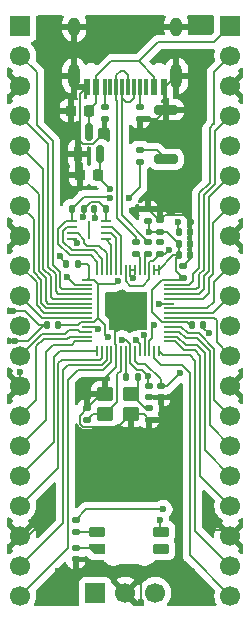
<source format=gbr>
%TF.GenerationSoftware,KiCad,Pcbnew,9.0.6*%
%TF.CreationDate,2026-01-07T14:09:13-05:00*%
%TF.ProjectId,Miguel's-Custom-Devboard - V2,4d696775-656c-4277-932d-437573746f6d,rev?*%
%TF.SameCoordinates,Original*%
%TF.FileFunction,Copper,L1,Top*%
%TF.FilePolarity,Positive*%
%FSLAX46Y46*%
G04 Gerber Fmt 4.6, Leading zero omitted, Abs format (unit mm)*
G04 Created by KiCad (PCBNEW 9.0.6) date 2026-01-07 14:09:13*
%MOMM*%
%LPD*%
G01*
G04 APERTURE LIST*
G04 Aperture macros list*
%AMRoundRect*
0 Rectangle with rounded corners*
0 $1 Rounding radius*
0 $2 $3 $4 $5 $6 $7 $8 $9 X,Y pos of 4 corners*
0 Add a 4 corners polygon primitive as box body*
4,1,4,$2,$3,$4,$5,$6,$7,$8,$9,$2,$3,0*
0 Add four circle primitives for the rounded corners*
1,1,$1+$1,$2,$3*
1,1,$1+$1,$4,$5*
1,1,$1+$1,$6,$7*
1,1,$1+$1,$8,$9*
0 Add four rect primitives between the rounded corners*
20,1,$1+$1,$2,$3,$4,$5,0*
20,1,$1+$1,$4,$5,$6,$7,0*
20,1,$1+$1,$6,$7,$8,$9,0*
20,1,$1+$1,$8,$9,$2,$3,0*%
%AMFreePoly0*
4,1,18,-0.410000,0.265000,0.000000,0.675000,0.328000,0.675000,0.359380,0.668758,0.385983,0.650983,0.403758,0.624380,0.410000,0.593000,0.410000,-0.593000,0.403758,-0.624380,0.385983,-0.650983,0.359380,-0.668758,0.328000,-0.675000,-0.328000,-0.675000,-0.359380,-0.668758,-0.385983,-0.650983,-0.403758,-0.624380,-0.410000,-0.593000,-0.410000,0.265000,-0.410000,0.265000,$1*%
G04 Aperture macros list end*
%TA.AperFunction,SMDPad,CuDef*%
%ADD10RoundRect,0.062500X-0.387500X-0.062500X0.387500X-0.062500X0.387500X0.062500X-0.387500X0.062500X0*%
%TD*%
%TA.AperFunction,HeatsinkPad*%
%ADD11R,0.200000X1.600000*%
%TD*%
%TA.AperFunction,SMDPad,CuDef*%
%ADD12RoundRect,0.140000X0.140000X0.170000X-0.140000X0.170000X-0.140000X-0.170000X0.140000X-0.170000X0*%
%TD*%
%TA.AperFunction,SMDPad,CuDef*%
%ADD13RoundRect,0.140000X0.170000X-0.140000X0.170000X0.140000X-0.170000X0.140000X-0.170000X-0.140000X0*%
%TD*%
%TA.AperFunction,SMDPad,CuDef*%
%ADD14RoundRect,0.140000X-0.170000X0.140000X-0.170000X-0.140000X0.170000X-0.140000X0.170000X0.140000X0*%
%TD*%
%TA.AperFunction,SMDPad,CuDef*%
%ADD15RoundRect,0.135000X0.135000X0.185000X-0.135000X0.185000X-0.135000X-0.185000X0.135000X-0.185000X0*%
%TD*%
%TA.AperFunction,ComponentPad*%
%ADD16R,1.700000X1.700000*%
%TD*%
%TA.AperFunction,ComponentPad*%
%ADD17C,1.700000*%
%TD*%
%TA.AperFunction,SMDPad,CuDef*%
%ADD18RoundRect,0.050000X-0.387500X-0.050000X0.387500X-0.050000X0.387500X0.050000X-0.387500X0.050000X0*%
%TD*%
%TA.AperFunction,SMDPad,CuDef*%
%ADD19RoundRect,0.050000X-0.050000X-0.387500X0.050000X-0.387500X0.050000X0.387500X-0.050000X0.387500X0*%
%TD*%
%TA.AperFunction,HeatsinkPad*%
%ADD20R,3.200000X3.200000*%
%TD*%
%TA.AperFunction,SMDPad,CuDef*%
%ADD21RoundRect,0.140000X-0.140000X-0.170000X0.140000X-0.170000X0.140000X0.170000X-0.140000X0.170000X0*%
%TD*%
%TA.AperFunction,SMDPad,CuDef*%
%ADD22RoundRect,0.135000X-0.185000X0.135000X-0.185000X-0.135000X0.185000X-0.135000X0.185000X0.135000X0*%
%TD*%
%TA.AperFunction,SMDPad,CuDef*%
%ADD23RoundRect,0.225000X0.225000X0.250000X-0.225000X0.250000X-0.225000X-0.250000X0.225000X-0.250000X0*%
%TD*%
%TA.AperFunction,SMDPad,CuDef*%
%ADD24RoundRect,0.082000X0.593000X-0.328000X0.593000X0.328000X-0.593000X0.328000X-0.593000X-0.328000X0*%
%TD*%
%TA.AperFunction,SMDPad,CuDef*%
%ADD25FreePoly0,90.000000*%
%TD*%
%TA.AperFunction,SMDPad,CuDef*%
%ADD26RoundRect,0.250000X0.450000X0.350000X-0.450000X0.350000X-0.450000X-0.350000X0.450000X-0.350000X0*%
%TD*%
%TA.AperFunction,SMDPad,CuDef*%
%ADD27RoundRect,0.150000X0.150000X-0.587500X0.150000X0.587500X-0.150000X0.587500X-0.150000X-0.587500X0*%
%TD*%
%TA.AperFunction,SMDPad,CuDef*%
%ADD28R,0.600000X1.450000*%
%TD*%
%TA.AperFunction,SMDPad,CuDef*%
%ADD29R,0.300000X1.450000*%
%TD*%
%TA.AperFunction,HeatsinkPad*%
%ADD30O,1.000000X2.100000*%
%TD*%
%TA.AperFunction,HeatsinkPad*%
%ADD31O,1.000000X1.600000*%
%TD*%
%TA.AperFunction,SMDPad,CuDef*%
%ADD32RoundRect,0.200000X-0.800000X0.200000X-0.800000X-0.200000X0.800000X-0.200000X0.800000X0.200000X0*%
%TD*%
%TA.AperFunction,ViaPad*%
%ADD33C,0.600000*%
%TD*%
%TA.AperFunction,Conductor*%
%ADD34C,0.200000*%
%TD*%
G04 APERTURE END LIST*
D10*
%TO.P,U3,1,~{CS}*%
%TO.N,QSPI_SS*%
X188998800Y-60927900D03*
%TO.P,U3,2,DO/IO_{1}*%
%TO.N,QSPI_SD1*%
X188998800Y-61427900D03*
%TO.P,U3,3,~{WP}/IO_{2}*%
%TO.N,QSPI_SD2*%
X188998800Y-61927900D03*
%TO.P,U3,4,GND*%
%TO.N,GND*%
X188998800Y-62427900D03*
%TO.P,U3,5,DI/IO_{0}*%
%TO.N,QSPI_SD0*%
X191848800Y-62427900D03*
%TO.P,U3,6,CLK*%
%TO.N,QSPI_SCLK*%
X191848800Y-61927900D03*
%TO.P,U3,7,~{HOLD}/~{RESET}/IO_{3}*%
%TO.N,QSPI_SD3*%
X191848800Y-61427900D03*
%TO.P,U3,8,VCC*%
%TO.N,+3V3*%
X191848800Y-60927900D03*
D11*
%TO.P,U3,9*%
%TO.N,N/C*%
X190423800Y-61677900D03*
%TD*%
D12*
%TO.P,C17,1*%
%TO.N,+3V3*%
X191853800Y-59893200D03*
%TO.P,C17,2*%
%TO.N,GND*%
X190893800Y-59893200D03*
%TD*%
D13*
%TO.P,C1,1*%
%TO.N,+3V3*%
X195453000Y-60881200D03*
%TO.P,C1,2*%
%TO.N,GND*%
X195453000Y-59921200D03*
%TD*%
D14*
%TO.P,C7,1*%
%TO.N,+3V3*%
X195529200Y-74881800D03*
%TO.P,C7,2*%
%TO.N,GND*%
X195529200Y-75841800D03*
%TD*%
D12*
%TO.P,C8,1*%
%TO.N,+3V3*%
X187830400Y-69723000D03*
%TO.P,C8,2*%
%TO.N,GND*%
X186870400Y-69723000D03*
%TD*%
D15*
%TO.P,R7,1*%
%TO.N,+3V3*%
X189983800Y-59893200D03*
%TO.P,R7,2*%
%TO.N,QSPI_SS*%
X188963800Y-59893200D03*
%TD*%
D13*
%TO.P,C2,1*%
%TO.N,+3V3*%
X196443600Y-61795600D03*
%TO.P,C2,2*%
%TO.N,GND*%
X196443600Y-60835600D03*
%TD*%
D16*
%TO.P,J4,1,Pin_1*%
%TO.N,SWCLK*%
X190960000Y-92390000D03*
D17*
%TO.P,J4,2,Pin_2*%
%TO.N,GND*%
X193500000Y-92390000D03*
%TO.P,J4,3,Pin_3*%
%TO.N,SWD*%
X196040000Y-92390000D03*
%TD*%
D18*
%TO.P,U1,1,IOVDD*%
%TO.N,+3V3*%
X190292500Y-65890000D03*
%TO.P,U1,2,GPIO0*%
%TO.N,GPIO0*%
X190292500Y-66290000D03*
%TO.P,U1,3,GPIO1*%
%TO.N,GPIO1*%
X190292500Y-66690000D03*
%TO.P,U1,4,GPIO2*%
%TO.N,GPIO2*%
X190292500Y-67090000D03*
%TO.P,U1,5,GPIO3*%
%TO.N,GPIO3*%
X190292500Y-67490000D03*
%TO.P,U1,6,GPIO4*%
%TO.N,GPIO4*%
X190292500Y-67890000D03*
%TO.P,U1,7,GPIO5*%
%TO.N,GPIO5*%
X190292500Y-68290000D03*
%TO.P,U1,8,GPIO6*%
%TO.N,GPIO6*%
X190292500Y-68690000D03*
%TO.P,U1,9,GPIO7*%
%TO.N,GPIO7*%
X190292500Y-69090000D03*
%TO.P,U1,10,IOVDD*%
%TO.N,+3V3*%
X190292500Y-69490000D03*
%TO.P,U1,11,GPIO8*%
%TO.N,GPIO8*%
X190292500Y-69890000D03*
%TO.P,U1,12,GPIO9*%
%TO.N,GPIO9*%
X190292500Y-70290000D03*
%TO.P,U1,13,GPIO10*%
%TO.N,GPIO10*%
X190292500Y-70690000D03*
%TO.P,U1,14,GPIO11*%
%TO.N,GPIO11*%
X190292500Y-71090000D03*
D19*
%TO.P,U1,15,GPIO12*%
%TO.N,GPIO12*%
X191130000Y-71927500D03*
%TO.P,U1,16,GPIO13*%
%TO.N,GPIO13*%
X191530000Y-71927500D03*
%TO.P,U1,17,GPIO14*%
%TO.N,GPIO14*%
X191930000Y-71927500D03*
%TO.P,U1,18,GPIO15*%
%TO.N,GPIO15*%
X192330000Y-71927500D03*
%TO.P,U1,19,TESTEN*%
%TO.N,GND*%
X192730000Y-71927500D03*
%TO.P,U1,20,XIN*%
%TO.N,XIN*%
X193130000Y-71927500D03*
%TO.P,U1,21,XOUT*%
%TO.N,XOUT*%
X193530000Y-71927500D03*
%TO.P,U1,22,IOVDD*%
%TO.N,+3V3*%
X193930000Y-71927500D03*
%TO.P,U1,23,DVDD*%
%TO.N,+1V1*%
X194330000Y-71927500D03*
%TO.P,U1,24,SWCLK*%
%TO.N,SWCLK*%
X194730000Y-71927500D03*
%TO.P,U1,25,SWD*%
%TO.N,SWD*%
X195130000Y-71927500D03*
%TO.P,U1,26,RUN*%
%TO.N,RUN*%
X195530000Y-71927500D03*
%TO.P,U1,27,GPIO16*%
%TO.N,GPIO16*%
X195930000Y-71927500D03*
%TO.P,U1,28,GPIO17*%
%TO.N,GPIO17*%
X196330000Y-71927500D03*
D18*
%TO.P,U1,29,GPIO18*%
%TO.N,GPIO18*%
X197167500Y-71090000D03*
%TO.P,U1,30,GPIO19*%
%TO.N,GPIO19*%
X197167500Y-70690000D03*
%TO.P,U1,31,GPIO20*%
%TO.N,GPIO20*%
X197167500Y-70290000D03*
%TO.P,U1,32,GPIO21*%
%TO.N,GPIO21*%
X197167500Y-69890000D03*
%TO.P,U1,33,IOVDD*%
%TO.N,+3V3*%
X197167500Y-69490000D03*
%TO.P,U1,34,GPIO22*%
%TO.N,GPIO22*%
X197167500Y-69090000D03*
%TO.P,U1,35,GPIO23*%
%TO.N,GPIO23*%
X197167500Y-68690000D03*
%TO.P,U1,36,GPIO24*%
%TO.N,GPIO24*%
X197167500Y-68290000D03*
%TO.P,U1,37,GPIO25*%
%TO.N,LED_0*%
X197167500Y-67890000D03*
%TO.P,U1,38,GPIO26_ADC0*%
%TO.N,GPIO26_ADC0*%
X197167500Y-67490000D03*
%TO.P,U1,39,GPIO27_ADC1*%
%TO.N,GPIO27_ADC1*%
X197167500Y-67090000D03*
%TO.P,U1,40,GPIO28_ADC2*%
%TO.N,GPIO28_ADC2*%
X197167500Y-66690000D03*
%TO.P,U1,41,GPIO29_ADC3*%
%TO.N,GPIO29_ADC3*%
X197167500Y-66290000D03*
%TO.P,U1,42,IOVDD*%
%TO.N,+3V3*%
X197167500Y-65890000D03*
D19*
%TO.P,U1,43,ADC_AVDD*%
X196330000Y-65052500D03*
%TO.P,U1,44,VREG_IN*%
X195930000Y-65052500D03*
%TO.P,U1,45,VREG_VOUT*%
%TO.N,+1V1*%
X195530000Y-65052500D03*
%TO.P,U1,46,USB_DM*%
%TO.N,Net-(U1-USB_DM)*%
X195130000Y-65052500D03*
%TO.P,U1,47,USB_DP*%
%TO.N,Net-(U1-USB_DP)*%
X194730000Y-65052500D03*
%TO.P,U1,48,USB_VDD*%
%TO.N,+3V3*%
X194330000Y-65052500D03*
%TO.P,U1,49,IOVDD*%
X193930000Y-65052500D03*
%TO.P,U1,50,DVDD*%
%TO.N,+1V1*%
X193530000Y-65052500D03*
%TO.P,U1,51,QSPI_SD3*%
%TO.N,QSPI_SD3*%
X193130000Y-65052500D03*
%TO.P,U1,52,QSPI_SCLK*%
%TO.N,QSPI_SCLK*%
X192730000Y-65052500D03*
%TO.P,U1,53,QSPI_SD0*%
%TO.N,QSPI_SD0*%
X192330000Y-65052500D03*
%TO.P,U1,54,QSPI_SD2*%
%TO.N,QSPI_SD2*%
X191930000Y-65052500D03*
%TO.P,U1,55,QSPI_SD1*%
%TO.N,QSPI_SD1*%
X191530000Y-65052500D03*
%TO.P,U1,56,QSPI_SS*%
%TO.N,QSPI_SS*%
X191130000Y-65052500D03*
D20*
%TO.P,U1,57,GND*%
%TO.N,GND*%
X193730000Y-68490000D03*
%TD*%
D21*
%TO.P,C12,1*%
%TO.N,+1V1*%
X198021000Y-61823600D03*
%TO.P,C12,2*%
%TO.N,GND*%
X198981000Y-61823600D03*
%TD*%
D12*
%TO.P,C9,1*%
%TO.N,+3V3*%
X189481400Y-64541400D03*
%TO.P,C9,2*%
%TO.N,GND*%
X188521400Y-64541400D03*
%TD*%
D14*
%TO.P,C11,1*%
%TO.N,+1V1*%
X196519800Y-74879200D03*
%TO.P,C11,2*%
%TO.N,GND*%
X196519800Y-75839200D03*
%TD*%
D16*
%TO.P,J3,1,Pin_1*%
%TO.N,VBUS*%
X202390000Y-44370000D03*
D17*
%TO.P,J3,2,Pin_2*%
%TO.N,GPIO29_ADC3*%
X202390000Y-46910000D03*
%TO.P,J3,3,Pin_3*%
%TO.N,GND*%
X202390000Y-49450000D03*
%TO.P,J3,4,Pin_4*%
%TO.N,GPIO28_ADC2*%
X202390000Y-51990000D03*
%TO.P,J3,5,Pin_5*%
%TO.N,+3V3*%
X202390000Y-54530000D03*
%TO.P,J3,6,Pin_6*%
%TO.N,GPIO27_ADC1*%
X202390000Y-57070000D03*
%TO.P,J3,7,Pin_7*%
%TO.N,GPIO26_ADC0*%
X202390000Y-59610000D03*
%TO.P,J3,8,Pin_8*%
%TO.N,GND*%
X202390000Y-62150000D03*
%TO.P,J3,9,Pin_9*%
%TO.N,GPIO24*%
X202390000Y-64690000D03*
%TO.P,J3,10,Pin_10*%
%TO.N,GPIO23*%
X202390000Y-67230000D03*
%TO.P,J3,11,Pin_11*%
%TO.N,RUN*%
X202390000Y-69770000D03*
%TO.P,J3,12,Pin_12*%
%TO.N,GPIO22*%
X202390000Y-72310000D03*
%TO.P,J3,13,Pin_13*%
%TO.N,GND*%
X202390000Y-74850000D03*
%TO.P,J3,14,Pin_14*%
%TO.N,GPIO21*%
X202390000Y-77390000D03*
%TO.P,J3,15,Pin_15*%
%TO.N,GPIO20*%
X202390000Y-79930000D03*
%TO.P,J3,16,Pin_16*%
%TO.N,GPIO19*%
X202390000Y-82470000D03*
%TO.P,J3,17,Pin_17*%
%TO.N,GPIO18*%
X202390000Y-85010000D03*
%TO.P,J3,18,Pin_18*%
%TO.N,GND*%
X202390000Y-87550000D03*
%TO.P,J3,19,Pin_19*%
%TO.N,GPIO17*%
X202390000Y-90090000D03*
%TO.P,J3,20,Pin_20*%
%TO.N,GPIO16*%
X202390000Y-92630000D03*
%TD*%
D16*
%TO.P,J2,1,Pin_1*%
%TO.N,GPIO0*%
X184610000Y-44370000D03*
D17*
%TO.P,J2,2,Pin_2*%
%TO.N,GPIO1*%
X184610000Y-46910000D03*
%TO.P,J2,3,Pin_3*%
%TO.N,GND*%
X184610000Y-49450000D03*
%TO.P,J2,4,Pin_4*%
%TO.N,GPIO2*%
X184610000Y-51990000D03*
%TO.P,J2,5,Pin_5*%
%TO.N,GPIO3*%
X184610000Y-54530000D03*
%TO.P,J2,6,Pin_6*%
%TO.N,GPIO4*%
X184610000Y-57070000D03*
%TO.P,J2,7,Pin_7*%
%TO.N,GPIO5*%
X184610000Y-59610000D03*
%TO.P,J2,8,Pin_8*%
%TO.N,GND*%
X184610000Y-62150000D03*
%TO.P,J2,9,Pin_9*%
%TO.N,GPIO6*%
X184610000Y-64690000D03*
%TO.P,J2,10,Pin_10*%
%TO.N,GPIO7*%
X184610000Y-67230000D03*
%TO.P,J2,11,Pin_11*%
%TO.N,GPIO8*%
X184610000Y-69770000D03*
%TO.P,J2,12,Pin_12*%
%TO.N,GPIO9*%
X184610000Y-72310000D03*
%TO.P,J2,13,Pin_13*%
%TO.N,GND*%
X184610000Y-74850000D03*
%TO.P,J2,14,Pin_14*%
%TO.N,GPIO10*%
X184610000Y-77390000D03*
%TO.P,J2,15,Pin_15*%
%TO.N,GPIO11*%
X184610000Y-79930000D03*
%TO.P,J2,16,Pin_16*%
%TO.N,GPIO12*%
X184610000Y-82470000D03*
%TO.P,J2,17,Pin_17*%
%TO.N,GPIO13*%
X184610000Y-85010000D03*
%TO.P,J2,18,Pin_18*%
%TO.N,GND*%
X184610000Y-87550000D03*
%TO.P,J2,19,Pin_19*%
%TO.N,GPIO14*%
X184610000Y-90090000D03*
%TO.P,J2,20,Pin_20*%
%TO.N,GPIO15*%
X184610000Y-92630000D03*
%TD*%
D13*
%TO.P,C5,1*%
%TO.N,+3V3*%
X198374000Y-65707200D03*
%TO.P,C5,2*%
%TO.N,GND*%
X198374000Y-64747200D03*
%TD*%
D21*
%TO.P,C3,1*%
%TO.N,+3V3*%
X198021000Y-62814200D03*
%TO.P,C3,2*%
%TO.N,GND*%
X198981000Y-62814200D03*
%TD*%
D13*
%TO.P,C10,1*%
%TO.N,+1V1*%
X196443600Y-63675200D03*
%TO.P,C10,2*%
%TO.N,GND*%
X196443600Y-62715200D03*
%TD*%
D22*
%TO.P,R1,1*%
%TO.N,Net-(J1-CC1)*%
X194741800Y-51255200D03*
%TO.P,R1,2*%
%TO.N,GND*%
X194741800Y-52275200D03*
%TD*%
D23*
%TO.P,C14,1*%
%TO.N,+3V3*%
X191198800Y-56997600D03*
%TO.P,C14,2*%
%TO.N,GND*%
X189648800Y-56997600D03*
%TD*%
D22*
%TO.P,R6,1*%
%TO.N,Net-(R6-Pad1)*%
X194741800Y-54885400D03*
%TO.P,R6,2*%
%TO.N,QSPI_SS*%
X194741800Y-55905400D03*
%TD*%
D21*
%TO.P,C4,1*%
%TO.N,+3V3*%
X198021000Y-63804800D03*
%TO.P,C4,2*%
%TO.N,GND*%
X198981000Y-63804800D03*
%TD*%
D24*
%TO.P,LED1,1,VDD*%
%TO.N,+3V3*%
X196550000Y-87200000D03*
%TO.P,LED1,2,DOUT*%
%TO.N,unconnected-(LED1-DOUT-Pad2)*%
X196550000Y-88700000D03*
%TO.P,LED1,3,DIN*%
%TO.N,Net-(LED1-DIN)*%
X191100000Y-87200000D03*
D25*
%TO.P,LED1,4,VSS*%
%TO.N,Net-(LED1-VSS)*%
X191100000Y-88700000D03*
%TD*%
D26*
%TO.P,Y1,1,1*%
%TO.N,Net-(C16-Pad2)*%
X193987600Y-75553200D03*
%TO.P,Y1,2,2*%
%TO.N,GND*%
X191787600Y-75553200D03*
%TO.P,Y1,3,3*%
%TO.N,XIN*%
X191787600Y-77253200D03*
%TO.P,Y1,4,4*%
%TO.N,GND*%
X193987600Y-77253200D03*
%TD*%
D21*
%TO.P,C6,1*%
%TO.N,+3V3*%
X199164000Y-69723000D03*
%TO.P,C6,2*%
%TO.N,GND*%
X200124000Y-69723000D03*
%TD*%
D23*
%TO.P,C13,1*%
%TO.N,VBUS*%
X190436800Y-51562000D03*
%TO.P,C13,2*%
%TO.N,GND*%
X188886800Y-51562000D03*
%TD*%
D27*
%TO.P,U2,1,GND*%
%TO.N,GND*%
X189473800Y-55215000D03*
%TO.P,U2,2,VO*%
%TO.N,+3V3*%
X191373800Y-55215000D03*
%TO.P,U2,3,VI*%
%TO.N,VBUS*%
X190423800Y-53340000D03*
%TD*%
D28*
%TO.P,J1,A1,GND*%
%TO.N,GND*%
X196750000Y-49545000D03*
%TO.P,J1,A4,VBUS*%
%TO.N,VBUS*%
X195950000Y-49545000D03*
D29*
%TO.P,J1,A5,CC1*%
%TO.N,Net-(J1-CC1)*%
X194750000Y-49545000D03*
%TO.P,J1,A6,D+*%
%TO.N,USB_D+*%
X193750000Y-49545000D03*
%TO.P,J1,A7,D-*%
%TO.N,USB_D-*%
X193250000Y-49545000D03*
%TO.P,J1,A8*%
%TO.N,N/C*%
X192250000Y-49545000D03*
D28*
%TO.P,J1,A9,VBUS*%
%TO.N,VBUS*%
X191050000Y-49545000D03*
%TO.P,J1,A12,GND*%
%TO.N,GND*%
X190250000Y-49545000D03*
%TO.P,J1,B1,GND*%
X190250000Y-49545000D03*
%TO.P,J1,B4,VBUS*%
%TO.N,VBUS*%
X191050000Y-49545000D03*
D29*
%TO.P,J1,B5,CC2*%
%TO.N,Net-(J1-CC2)*%
X191750000Y-49545000D03*
%TO.P,J1,B6,D+*%
%TO.N,USB_D+*%
X192750000Y-49545000D03*
%TO.P,J1,B7,D-*%
%TO.N,USB_D-*%
X194250000Y-49545000D03*
%TO.P,J1,B8*%
%TO.N,N/C*%
X195250000Y-49545000D03*
D28*
%TO.P,J1,B9,VBUS*%
%TO.N,VBUS*%
X195950000Y-49545000D03*
%TO.P,J1,B12,GND*%
%TO.N,GND*%
X196750000Y-49545000D03*
D30*
%TO.P,J1,S1,SHIELD*%
X197820000Y-48630000D03*
D31*
X197820000Y-44450000D03*
D30*
X189180000Y-48630000D03*
D31*
X189180000Y-44450000D03*
%TD*%
D22*
%TO.P,R2,1*%
%TO.N,Net-(J1-CC2)*%
X191744600Y-51255200D03*
%TO.P,R2,2*%
%TO.N,GND*%
X191744600Y-52275200D03*
%TD*%
D14*
%TO.P,C18,1*%
%TO.N,Net-(LED1-VSS)*%
X189300000Y-88600000D03*
%TO.P,C18,2*%
%TO.N,GND*%
X189300000Y-89560000D03*
%TD*%
D22*
%TO.P,R3,1*%
%TO.N,USB_D+*%
X194430000Y-62660000D03*
%TO.P,R3,2*%
%TO.N,Net-(U1-USB_DP)*%
X194430000Y-63680000D03*
%TD*%
D14*
%TO.P,C15,1*%
%TO.N,GND*%
X190263600Y-76772400D03*
%TO.P,C15,2*%
%TO.N,XIN*%
X190263600Y-77732400D03*
%TD*%
D15*
%TO.P,R5,1*%
%TO.N,Net-(C16-Pad2)*%
X194558200Y-74105400D03*
%TO.P,R5,2*%
%TO.N,XOUT*%
X193538200Y-74105400D03*
%TD*%
D32*
%TO.P,SW1,1,1*%
%TO.N,GND*%
X196977000Y-51485800D03*
%TO.P,SW1,2,2*%
%TO.N,Net-(R6-Pad1)*%
X196977000Y-55685800D03*
%TD*%
D22*
%TO.P,R8,1*%
%TO.N,LED_0*%
X189300000Y-86180000D03*
%TO.P,R8,2*%
%TO.N,Net-(LED1-DIN)*%
X189300000Y-87200000D03*
%TD*%
D13*
%TO.P,C16,1*%
%TO.N,GND*%
X195521400Y-77721400D03*
%TO.P,C16,2*%
%TO.N,Net-(C16-Pad2)*%
X195521400Y-76761400D03*
%TD*%
D22*
%TO.P,R4,1*%
%TO.N,USB_D-*%
X195440000Y-62650000D03*
%TO.P,R4,2*%
%TO.N,Net-(U1-USB_DM)*%
X195440000Y-63670000D03*
%TD*%
D33*
%TO.N,+3V3*%
X196400000Y-86200000D03*
%TO.N,LED_0*%
X196700000Y-85300000D03*
%TO.N,+3V3*%
X195529200Y-61798200D03*
X189881209Y-60596325D03*
X192921056Y-65972101D03*
X191998600Y-70739000D03*
X192175000Y-58191400D03*
X194132200Y-65760600D03*
X193230223Y-70967600D03*
X195388485Y-74029315D03*
%TO.N,GND*%
X199085200Y-60985400D03*
X199186800Y-90551000D03*
X200588965Y-70403635D03*
X184033829Y-68549126D03*
X187833000Y-90500200D03*
X189423144Y-62763741D03*
X184152176Y-71039998D03*
X194818000Y-93200000D03*
X199186800Y-44450000D03*
X186232800Y-86614000D03*
X196443600Y-62712600D03*
X190953129Y-60621624D03*
X200736200Y-87071200D03*
X184577532Y-73659612D03*
X187965000Y-63855600D03*
%TO.N,+1V1*%
X197180200Y-63347600D03*
X198125165Y-73781835D03*
X197967600Y-60985400D03*
%TO.N,GPIO0*%
X188609200Y-65684400D03*
%TO.N,GPIO8*%
X191191318Y-70034747D03*
%TO.N,RUN*%
X195955835Y-69677365D03*
%TO.N,SWD*%
X195122800Y-70590002D03*
%TO.N,SWCLK*%
X194431223Y-70992148D03*
%TO.N,QSPI_SS*%
X192175000Y-58991403D03*
X193827400Y-58978800D03*
%TO.N,LED_0*%
X196349228Y-67897041D03*
%TD*%
D34*
%TO.N,+3V3*%
X196400000Y-87050000D02*
X196550000Y-87200000D01*
X196400000Y-86200000D02*
X196400000Y-87050000D01*
%TO.N,LED_0*%
X190180000Y-85300000D02*
X196700000Y-85300000D01*
X189300000Y-86180000D02*
X190180000Y-85300000D01*
%TO.N,Net-(LED1-DIN)*%
X189300000Y-87200000D02*
X191100000Y-87200000D01*
%TO.N,Net-(LED1-VSS)*%
X191000000Y-88600000D02*
X191100000Y-88700000D01*
X189300000Y-88600000D02*
X191000000Y-88600000D01*
%TO.N,+3V3*%
X193930000Y-72926600D02*
X194487800Y-73484400D01*
X190423800Y-64744600D02*
X190423800Y-65758700D01*
X190860000Y-69490000D02*
X191211200Y-69138800D01*
X197763000Y-64062800D02*
X198021000Y-63804800D01*
X193930000Y-65558400D02*
X194132200Y-65760600D01*
X192619731Y-66273426D02*
X192921056Y-65972101D01*
X194330000Y-65052500D02*
X193930000Y-65052500D01*
X189983800Y-59893200D02*
X189983800Y-60493734D01*
X195748228Y-68621228D02*
X195748228Y-66773998D01*
X196443600Y-61795600D02*
X197002400Y-61795600D01*
X195529200Y-61798200D02*
X195529200Y-60957400D01*
X191373800Y-56822600D02*
X191198800Y-56997600D01*
X195388485Y-73995345D02*
X195388485Y-74029315D01*
X197167500Y-69490000D02*
X196617000Y-69490000D01*
X193930000Y-71324200D02*
X193930000Y-71927500D01*
X195388485Y-74741085D02*
X195529200Y-74881800D01*
X190825774Y-65890000D02*
X190826774Y-65889000D01*
X191792318Y-69719918D02*
X191792318Y-70532718D01*
X198021000Y-63804800D02*
X197577700Y-63804800D01*
X196617000Y-69490000D02*
X195748228Y-68621228D01*
X189509400Y-69723000D02*
X187830400Y-69723000D01*
X191848800Y-60927900D02*
X191848800Y-59898200D01*
X197002400Y-61795600D02*
X198021000Y-62814200D01*
X190567250Y-59282200D02*
X191242800Y-59282200D01*
X195529200Y-61798200D02*
X196441000Y-61798200D01*
X190423800Y-65758700D02*
X190292500Y-65890000D01*
X195529200Y-60957400D02*
X195453000Y-60881200D01*
X190292500Y-69490000D02*
X190860000Y-69490000D01*
X190292500Y-65890000D02*
X190825774Y-65890000D01*
X193573400Y-70967600D02*
X193930000Y-71324200D01*
X189983800Y-59893200D02*
X189983800Y-59865650D01*
X198750600Y-69490000D02*
X198983600Y-69723000D01*
X193230223Y-70967600D02*
X193573400Y-70967600D01*
X189481400Y-64541400D02*
X190220600Y-64541400D01*
X189742400Y-69490000D02*
X189509400Y-69723000D01*
X196441000Y-61798200D02*
X196443600Y-61795600D01*
X191848800Y-59898200D02*
X191853800Y-59893200D01*
X197577700Y-63804800D02*
X196330000Y-65052500D01*
X191198800Y-56997600D02*
X191198800Y-57215200D01*
X197167500Y-65890000D02*
X198191200Y-65890000D01*
X191198800Y-57215200D02*
X192175000Y-58191400D01*
X190292500Y-69490000D02*
X189742400Y-69490000D01*
X197167500Y-69490000D02*
X198750600Y-69490000D01*
X198374000Y-65707200D02*
X197763000Y-65096200D01*
X193930000Y-65052500D02*
X193930000Y-65558400D01*
X198021000Y-62814200D02*
X198021000Y-63804800D01*
X198983600Y-69723000D02*
X199164000Y-69723000D01*
X194877540Y-73484400D02*
X195388485Y-73995345D01*
X191211200Y-69138800D02*
X191792318Y-69719918D01*
X190220600Y-64541400D02*
X190423800Y-64744600D01*
X191792318Y-70532718D02*
X191998600Y-70739000D01*
X191211200Y-69138800D02*
X191211200Y-66273426D01*
X193930000Y-71927500D02*
X193930000Y-72926600D01*
X195930000Y-65052500D02*
X196330000Y-65052500D01*
X191242800Y-59282200D02*
X191853800Y-59893200D01*
X198191200Y-65890000D02*
X198374000Y-65707200D01*
X189983800Y-60493734D02*
X189881209Y-60596325D01*
X191211200Y-66273426D02*
X192619731Y-66273426D01*
X195388485Y-74029315D02*
X195388485Y-74741085D01*
X191211200Y-66273426D02*
X190826774Y-65889000D01*
X194487800Y-73484400D02*
X194877540Y-73484400D01*
X195748228Y-66773998D02*
X196632226Y-65890000D01*
X189983800Y-59865650D02*
X190567250Y-59282200D01*
X196632226Y-65890000D02*
X197167500Y-65890000D01*
X191373800Y-55215000D02*
X191373800Y-56822600D01*
X197763000Y-65096200D02*
X197763000Y-64062800D01*
%TO.N,GND*%
X198981000Y-64140200D02*
X198374000Y-64747200D01*
X195339000Y-90551000D02*
X199186800Y-90551000D01*
X196187600Y-52275200D02*
X196977000Y-51485800D01*
X200124000Y-69938670D02*
X200588965Y-70403635D01*
X196443600Y-60835600D02*
X196367400Y-60835600D01*
X192730000Y-71379200D02*
X192629223Y-71278423D01*
X195053200Y-77253200D02*
X195521400Y-77721400D01*
X192730000Y-71927500D02*
X192730000Y-71379200D01*
X192629223Y-69590777D02*
X193730000Y-68490000D01*
X186232800Y-86614000D02*
X185296800Y-87550000D01*
X186605500Y-69723000D02*
X186870400Y-69723000D01*
X196443600Y-60835600D02*
X196894800Y-60384400D01*
X186207400Y-69723000D02*
X185033526Y-68549126D01*
X184152176Y-71039998D02*
X185288502Y-71039998D01*
X189652600Y-77383400D02*
X190263600Y-76772400D01*
X189652600Y-78058950D02*
X189652600Y-77383400D01*
X196894800Y-60384400D02*
X198484200Y-60384400D01*
X194818000Y-93200000D02*
X194818000Y-91490800D01*
X185033526Y-68549126D02*
X184033829Y-68549126D01*
X200736200Y-87071200D02*
X201911200Y-87071200D01*
X194741800Y-52275200D02*
X196187600Y-52275200D01*
X189963700Y-54378500D02*
X189685800Y-54100600D01*
X194608600Y-91281400D02*
X195339000Y-90551000D01*
X187965000Y-63855600D02*
X187965000Y-63985000D01*
X198484200Y-60384400D02*
X199085200Y-60985400D01*
X193987600Y-77253200D02*
X195053200Y-77253200D01*
X200124000Y-69723000D02*
X200124000Y-69938670D01*
X184610000Y-74850000D02*
X184610000Y-73692080D01*
X198981000Y-61089600D02*
X199085200Y-60985400D01*
X196517200Y-75841800D02*
X196519800Y-75839200D01*
X191787600Y-74201200D02*
X191787600Y-75553200D01*
X188998800Y-62427900D02*
X189087303Y-62427900D01*
X189685800Y-50109200D02*
X190250000Y-49545000D01*
X198981000Y-61823600D02*
X198981000Y-61089600D01*
X186870400Y-69723000D02*
X186207400Y-69723000D01*
X191482800Y-75553200D02*
X190263600Y-76772400D01*
X191610200Y-90500200D02*
X187833000Y-90500200D01*
X190953129Y-59952529D02*
X190893800Y-59893200D01*
X187965000Y-63985000D02*
X188521400Y-64541400D01*
X196905000Y-49545000D02*
X197820000Y-48630000D01*
X193987600Y-77253200D02*
X192927400Y-78313400D01*
X189907050Y-78313400D02*
X189652600Y-78058950D01*
X190764768Y-54378500D02*
X189963700Y-54378500D01*
X191744600Y-53398668D02*
X190764768Y-54378500D01*
X198981000Y-63804800D02*
X198981000Y-64140200D01*
X193500000Y-92390000D02*
X194608600Y-91281400D01*
X189087303Y-62427900D02*
X189423144Y-62763741D01*
X201911200Y-87071200D02*
X202390000Y-87550000D01*
X192730000Y-73258800D02*
X191787600Y-74201200D01*
X196750000Y-49545000D02*
X196750000Y-51258800D01*
X192927400Y-78313400D02*
X189907050Y-78313400D01*
X185296800Y-87550000D02*
X184610000Y-87550000D01*
X189685800Y-54100600D02*
X189685800Y-50109200D01*
X198981000Y-61823600D02*
X198981000Y-62814200D01*
X184610000Y-73692080D02*
X184577532Y-73659612D01*
X190953129Y-60621624D02*
X190953129Y-59952529D01*
X197820000Y-44450000D02*
X199186800Y-44450000D01*
X196750000Y-51258800D02*
X196977000Y-51485800D01*
X185288502Y-71039998D02*
X186605500Y-69723000D01*
X196443600Y-62715200D02*
X196443600Y-62712600D01*
X195529200Y-75841800D02*
X196517200Y-75841800D01*
X194818000Y-91490800D02*
X194608600Y-91281400D01*
X192629223Y-71278423D02*
X192629223Y-69590777D01*
X192730000Y-71927500D02*
X192730000Y-73258800D01*
X191787600Y-75553200D02*
X191482800Y-75553200D01*
X193500000Y-92390000D02*
X191610200Y-90500200D01*
X191744600Y-52275200D02*
X191744600Y-53398668D01*
X196750000Y-49545000D02*
X196905000Y-49545000D01*
X198981000Y-63804800D02*
X198981000Y-62814200D01*
X196367400Y-60835600D02*
X195453000Y-59921200D01*
%TO.N,+1V1*%
X195856800Y-64262000D02*
X196443600Y-63675200D01*
X196519800Y-74879200D02*
X197027800Y-74879200D01*
X196852600Y-63675200D02*
X197180200Y-63347600D01*
X196443600Y-63675200D02*
X196852600Y-63675200D01*
X194589400Y-72974200D02*
X195181900Y-72974200D01*
X194330000Y-71927500D02*
X194330000Y-72714800D01*
X195530000Y-65052500D02*
X195530000Y-65836000D01*
X194995800Y-66370200D02*
X193891857Y-66370200D01*
X197027800Y-74879200D02*
X198125165Y-73781835D01*
X194330000Y-72714800D02*
X194589400Y-72974200D01*
X193891857Y-66370200D02*
X193530000Y-66008343D01*
X195181900Y-72974200D02*
X196519800Y-74312100D01*
X195530000Y-65052500D02*
X195530000Y-64388200D01*
X197967600Y-61770200D02*
X198021000Y-61823600D01*
X193530000Y-66008343D02*
X193530000Y-65052500D01*
X197967600Y-60985400D02*
X197967600Y-61770200D01*
X195530000Y-64388200D02*
X195656200Y-64262000D01*
X195530000Y-65836000D02*
X194995800Y-66370200D01*
X196519800Y-74312100D02*
X196519800Y-74879200D01*
X195656200Y-64262000D02*
X195856800Y-64262000D01*
%TO.N,VBUS*%
X200989200Y-45770800D02*
X202390000Y-44370000D01*
X192288200Y-47381800D02*
X191050000Y-48620000D01*
X194630900Y-47381800D02*
X192288200Y-47381800D01*
X190436800Y-53327000D02*
X190423800Y-53340000D01*
X191050000Y-50948800D02*
X190436800Y-51562000D01*
X191050000Y-49545000D02*
X191050000Y-50948800D01*
X191050000Y-48620000D02*
X191050000Y-49545000D01*
X195950000Y-48700900D02*
X194630900Y-47381800D01*
X195950000Y-49545000D02*
X195950000Y-48700900D01*
X196241900Y-45770800D02*
X200989200Y-45770800D01*
X194630900Y-47381800D02*
X196241900Y-45770800D01*
X190436800Y-51562000D02*
X190436800Y-53327000D01*
%TO.N,XIN*%
X190742800Y-77253200D02*
X190263600Y-77732400D01*
X191787600Y-77253200D02*
X190742800Y-77253200D01*
X193130000Y-71927500D02*
X193130000Y-73570000D01*
X192811400Y-76229400D02*
X191787600Y-77253200D01*
X193130000Y-73570000D02*
X192811400Y-73888600D01*
X192811400Y-73888600D02*
X192811400Y-76229400D01*
%TO.N,Net-(C16-Pad2)*%
X194558200Y-74982600D02*
X193987600Y-75553200D01*
X193987600Y-75553200D02*
X195195800Y-76761400D01*
X195195800Y-76761400D02*
X195521400Y-76761400D01*
X194558200Y-74105400D02*
X194558200Y-74982600D01*
%TO.N,Net-(J1-CC2)*%
X191744600Y-51255200D02*
X191744600Y-49550400D01*
X191744600Y-49550400D02*
X191750000Y-49545000D01*
%TO.N,USB_D+*%
X192750000Y-50632501D02*
X192750000Y-49545000D01*
X192775000Y-60621397D02*
X192775000Y-50657501D01*
X193116200Y-48183800D02*
X193365800Y-48183800D01*
X192750000Y-49545000D02*
X192750000Y-48550000D01*
X193365800Y-48183800D02*
X193750000Y-48568000D01*
X192775000Y-50657501D02*
X192750000Y-50632501D01*
X192750000Y-48550000D02*
X193116200Y-48183800D01*
X193750000Y-48568000D02*
X193750000Y-49545000D01*
X194430000Y-62660000D02*
X194430000Y-62276397D01*
X194430000Y-62276397D02*
X192775000Y-60621397D01*
%TO.N,USB_D-*%
X194250000Y-49545000D02*
X194250000Y-50479000D01*
X193250000Y-50632501D02*
X193250000Y-49545000D01*
X193903600Y-50825400D02*
X193553400Y-50825400D01*
X193225000Y-50657501D02*
X193250000Y-50632501D01*
X195440000Y-62650000D02*
X193225000Y-60435000D01*
X193250000Y-50522000D02*
X193250000Y-49545000D01*
X193553400Y-50825400D02*
X193250000Y-50522000D01*
X194250000Y-50479000D02*
X193903600Y-50825400D01*
X193225000Y-60435000D02*
X193225000Y-50657501D01*
%TO.N,Net-(J1-CC1)*%
X194741800Y-49553200D02*
X194750000Y-49545000D01*
X194741800Y-51255200D02*
X194741800Y-49553200D01*
%TO.N,GPIO7*%
X190292500Y-69090000D02*
X186470000Y-69090000D01*
X186470000Y-69090000D02*
X184610000Y-67230000D01*
%TO.N,GPIO13*%
X187842200Y-72939600D02*
X187842200Y-81777800D01*
X187842200Y-81777800D02*
X184610000Y-85010000D01*
X191338200Y-72669400D02*
X188112400Y-72669400D01*
X191530000Y-71927500D02*
X191530000Y-72477600D01*
X191530000Y-72477600D02*
X191338200Y-72669400D01*
X188112400Y-72669400D02*
X187842200Y-72939600D01*
%TO.N,GPIO12*%
X187939900Y-71927500D02*
X187441200Y-72426200D01*
X187441200Y-79638800D02*
X184610000Y-82470000D01*
X187441200Y-72426200D02*
X187441200Y-79638800D01*
X191130000Y-71927500D02*
X187939900Y-71927500D01*
%TO.N,GPIO0*%
X190292500Y-66290000D02*
X189214800Y-66290000D01*
X189214800Y-66290000D02*
X188609200Y-65684400D01*
%TO.N,GPIO11*%
X186766200Y-72034400D02*
X186766200Y-77773800D01*
X190292500Y-71090000D02*
X189285400Y-71090000D01*
X186766200Y-77773800D02*
X184610000Y-79930000D01*
X188976000Y-71399400D02*
X187401200Y-71399400D01*
X187401200Y-71399400D02*
X186766200Y-72034400D01*
X189285400Y-71090000D02*
X188976000Y-71399400D01*
%TO.N,GPIO4*%
X186806200Y-67697300D02*
X186806200Y-65741500D01*
X186998900Y-67890000D02*
X186806200Y-67697300D01*
X186162000Y-65097300D02*
X186162000Y-58622000D01*
X190292500Y-67890000D02*
X186998900Y-67890000D01*
X186806200Y-65741500D02*
X186162000Y-65097300D01*
X186162000Y-58622000D02*
X184610000Y-57070000D01*
%TO.N,GPIO8*%
X191046571Y-69890000D02*
X191191318Y-70034747D01*
X190292500Y-69890000D02*
X191046571Y-69890000D01*
%TO.N,GPIO5*%
X186405200Y-67863400D02*
X186405200Y-65907600D01*
X186405200Y-65907600D02*
X185750200Y-65252600D01*
X185761000Y-60761000D02*
X184610000Y-59610000D01*
X185761000Y-65241800D02*
X185761000Y-60761000D01*
X190292500Y-68290000D02*
X186831800Y-68290000D01*
X185750200Y-65252600D02*
X185761000Y-65241800D01*
X186831800Y-68290000D02*
X186405200Y-67863400D01*
%TO.N,GPIO15*%
X191656700Y-73527600D02*
X189458600Y-73527600D01*
X188644200Y-88595800D02*
X184610000Y-92630000D01*
X192330000Y-72854300D02*
X191656700Y-73527600D01*
X189458600Y-73527600D02*
X188644200Y-74342000D01*
X188644200Y-74342000D02*
X188644200Y-88595800D01*
X192330000Y-71927500D02*
X192330000Y-72854300D01*
%TO.N,GPIO2*%
X187841600Y-67090000D02*
X187608200Y-66856600D01*
X187608200Y-65409300D02*
X186964000Y-64765100D01*
X186964000Y-54344000D02*
X184610000Y-51990000D01*
X190292500Y-67090000D02*
X187841600Y-67090000D01*
X186964000Y-64765100D02*
X186964000Y-54344000D01*
X187608200Y-66856600D02*
X187608200Y-65409300D01*
%TO.N,GPIO9*%
X186461400Y-70434200D02*
X186461400Y-70458600D01*
X188747400Y-70124000D02*
X188437200Y-70434200D01*
X189538400Y-70124000D02*
X188747400Y-70124000D01*
X186461400Y-70458600D02*
X184610000Y-72310000D01*
X188437200Y-70434200D02*
X186461400Y-70434200D01*
X189704400Y-70290000D02*
X189538400Y-70124000D01*
X190292500Y-70290000D02*
X189704400Y-70290000D01*
%TO.N,GPIO14*%
X191490600Y-73126600D02*
X188620400Y-73126600D01*
X188243200Y-73503800D02*
X188243200Y-86456800D01*
X191930000Y-72687200D02*
X191490600Y-73126600D01*
X188620400Y-73126600D02*
X188243200Y-73503800D01*
X188243200Y-86456800D02*
X184610000Y-90090000D01*
X191930000Y-71927500D02*
X191930000Y-72687200D01*
%TO.N,GPIO10*%
X188595000Y-70891400D02*
X186613800Y-70891400D01*
X190292500Y-70690000D02*
X188796400Y-70690000D01*
X185978800Y-71526400D02*
X185978800Y-76021200D01*
X188796400Y-70690000D02*
X188595000Y-70891400D01*
X185978800Y-76021200D02*
X184610000Y-77390000D01*
X186613800Y-70891400D02*
X185978800Y-71526400D01*
%TO.N,GPIO1*%
X188009200Y-66521000D02*
X188009200Y-65243200D01*
X186029600Y-52781200D02*
X186029600Y-48329600D01*
X187365000Y-64599000D02*
X187365000Y-54116600D01*
X190292500Y-66690000D02*
X188178200Y-66690000D01*
X188009200Y-65243200D02*
X187365000Y-64599000D01*
X187365000Y-54116600D02*
X186029600Y-52781200D01*
X188178200Y-66690000D02*
X188009200Y-66521000D01*
X186029600Y-48329600D02*
X184610000Y-46910000D01*
%TO.N,GPIO6*%
X186004200Y-68046600D02*
X186004200Y-66084200D01*
X190292500Y-68690000D02*
X186647600Y-68690000D01*
X186004200Y-66084200D02*
X184610000Y-64690000D01*
X186647600Y-68690000D02*
X186004200Y-68046600D01*
%TO.N,GPIO3*%
X187207200Y-67335400D02*
X187207200Y-65575400D01*
X186563000Y-64931200D02*
X186563000Y-56483000D01*
X190292500Y-67490000D02*
X187361800Y-67490000D01*
X187361800Y-67490000D02*
X187207200Y-67335400D01*
X187207200Y-65575400D02*
X186563000Y-64931200D01*
X186563000Y-56483000D02*
X184610000Y-54530000D01*
%TO.N,GPIO23*%
X197167500Y-68690000D02*
X200930000Y-68690000D01*
X200930000Y-68690000D02*
X202390000Y-67230000D01*
%TO.N,GPIO21*%
X199745600Y-70408800D02*
X201041000Y-71704200D01*
X201041000Y-76041000D02*
X202390000Y-77390000D01*
X198780400Y-70408800D02*
X199745600Y-70408800D01*
X198261600Y-69890000D02*
X198780400Y-70408800D01*
X197167500Y-69890000D02*
X198261600Y-69890000D01*
X201041000Y-71704200D02*
X201041000Y-76041000D01*
%TO.N,GPIO19*%
X199593200Y-71424800D02*
X200239000Y-72070600D01*
X200239000Y-80319000D02*
X202390000Y-82470000D01*
X197893200Y-70690000D02*
X198628000Y-71424800D01*
X197167500Y-70690000D02*
X197893200Y-70690000D01*
X200239000Y-72070600D02*
X200239000Y-80319000D01*
X198628000Y-71424800D02*
X199593200Y-71424800D01*
%TO.N,GPIO22*%
X197167500Y-69090000D02*
X201035760Y-69090000D01*
X201035760Y-69090000D02*
X201239000Y-69293240D01*
X201239000Y-69293240D02*
X201239000Y-71159000D01*
X201239000Y-71159000D02*
X202390000Y-72310000D01*
%TO.N,GPIO17*%
X196665500Y-72263000D02*
X198958200Y-72263000D01*
X196330000Y-71927500D02*
X196665500Y-72263000D01*
X198958200Y-72263000D02*
X199437000Y-72741800D01*
X199437000Y-72741800D02*
X199437000Y-87137000D01*
X199437000Y-87137000D02*
X202390000Y-90090000D01*
%TO.N,GPIO16*%
X198958200Y-73761600D02*
X198958200Y-89198200D01*
X198958200Y-89198200D02*
X202390000Y-92630000D01*
X198323200Y-73126600D02*
X198958200Y-73761600D01*
X195930000Y-71927500D02*
X195930000Y-72511400D01*
X195930000Y-72511400D02*
X196545200Y-73126600D01*
X196545200Y-73126600D02*
X198323200Y-73126600D01*
%TO.N,GPIO18*%
X197726100Y-71090000D02*
X198492700Y-71856600D01*
X199390000Y-71856600D02*
X199838000Y-72304600D01*
X198492700Y-71856600D02*
X199390000Y-71856600D01*
X197167500Y-71090000D02*
X197726100Y-71090000D01*
X199838000Y-72304600D02*
X199838000Y-82458000D01*
X199838000Y-82458000D02*
X202390000Y-85010000D01*
%TO.N,GPIO20*%
X200640000Y-71870300D02*
X199610300Y-70840600D01*
X198077400Y-70290000D02*
X198628000Y-70840600D01*
X200640000Y-71870300D02*
X200640000Y-78180000D01*
X200640000Y-78180000D02*
X202390000Y-79930000D01*
X199610300Y-70840600D02*
X198628000Y-70840600D01*
X197167500Y-70290000D02*
X198077400Y-70290000D01*
%TO.N,GPIO27_ADC1*%
X199711600Y-67090000D02*
X200177400Y-66624200D01*
X200563800Y-58896200D02*
X202390000Y-57070000D01*
X197167500Y-67090000D02*
X199711600Y-67090000D01*
X200177400Y-66624200D02*
X200177400Y-65562800D01*
X200177400Y-65562800D02*
X200563800Y-65176400D01*
X200563800Y-65176400D02*
X200563800Y-58896200D01*
%TO.N,GPIO24*%
X197167500Y-68290000D02*
X200442000Y-68290000D01*
X200442000Y-68290000D02*
X200990200Y-67741800D01*
X200990200Y-67741800D02*
X200990200Y-66089800D01*
X200990200Y-66089800D02*
X202390000Y-64690000D01*
%TO.N,RUN*%
X195732400Y-70281800D02*
X195732400Y-69900800D01*
X195732400Y-70830345D02*
X195732400Y-70281800D01*
X195530000Y-71927500D02*
X195530000Y-71032745D01*
X195732400Y-69900800D02*
X195955835Y-69677365D01*
X195530000Y-71032745D02*
X195732400Y-70830345D01*
%TO.N,GPIO28_ADC2*%
X199745600Y-66471800D02*
X199745600Y-65427500D01*
X197167500Y-66690000D02*
X199527400Y-66690000D01*
X200162800Y-65010300D02*
X200162800Y-58714000D01*
X201066400Y-53313600D02*
X202390000Y-51990000D01*
X200162800Y-58714000D02*
X201066400Y-57810400D01*
X199527400Y-66690000D02*
X199745600Y-66471800D01*
X199745600Y-65427500D02*
X200162800Y-65010300D01*
X201066400Y-57810400D02*
X201066400Y-53313600D01*
%TO.N,GPIO26_ADC0*%
X200964800Y-61035200D02*
X202390000Y-59610000D01*
X200964800Y-65379600D02*
X200964800Y-61035200D01*
X200589200Y-65755200D02*
X200964800Y-65379600D01*
X200589200Y-67005200D02*
X200589200Y-65755200D01*
X200104400Y-67490000D02*
X200589200Y-67005200D01*
X197167500Y-67490000D02*
X200104400Y-67490000D01*
%TO.N,GPIO29_ADC3*%
X199212200Y-65963800D02*
X199212200Y-65393800D01*
X197167500Y-66290000D02*
X198886000Y-66290000D01*
X200634600Y-53060600D02*
X200964800Y-52730400D01*
X199761800Y-64844200D02*
X199761800Y-58530800D01*
X200634600Y-57658000D02*
X200634600Y-53060600D01*
X200990200Y-48309800D02*
X202390000Y-46910000D01*
X200990200Y-52730400D02*
X200990200Y-48309800D01*
X199761800Y-58530800D02*
X200634600Y-57658000D01*
X198886000Y-66290000D02*
X199212200Y-65963800D01*
X199212200Y-65393800D02*
X199761800Y-64844200D01*
X200964800Y-52730400D02*
X200990200Y-52730400D01*
%TO.N,SWD*%
X195130000Y-70597202D02*
X195122800Y-70590002D01*
X195130000Y-71927500D02*
X195130000Y-70597202D01*
%TO.N,SWCLK*%
X194431223Y-70992148D02*
X194730000Y-71290925D01*
X194730000Y-71290925D02*
X194730000Y-71927500D01*
%TO.N,XOUT*%
X193530000Y-71927500D02*
X193530000Y-74097200D01*
X193530000Y-74097200D02*
X193538200Y-74105400D01*
%TO.N,Net-(R6-Pad1)*%
X194741800Y-54912800D02*
X196204000Y-54912800D01*
X196204000Y-54912800D02*
X196977000Y-55685800D01*
%TO.N,QSPI_SS*%
X188963800Y-59893200D02*
X189975800Y-58881200D01*
X190601600Y-63804800D02*
X188842802Y-63804800D01*
X189975800Y-58881200D02*
X192064797Y-58881200D01*
X188963800Y-59893200D02*
X188963800Y-60892900D01*
X188842802Y-63804800D02*
X187846800Y-62808798D01*
X194741800Y-58064400D02*
X194741800Y-55905400D01*
X192064797Y-58881200D02*
X192175000Y-58991403D01*
X191130000Y-64333200D02*
X190601600Y-63804800D01*
X188465902Y-60927900D02*
X188998800Y-60927900D01*
X193827400Y-58978800D02*
X194741800Y-58064400D01*
X187846800Y-62808798D02*
X187846800Y-61547002D01*
X187846800Y-61547002D02*
X188465902Y-60927900D01*
X191130000Y-65052500D02*
X191130000Y-64333200D01*
X188963800Y-60892900D02*
X188998800Y-60927900D01*
%TO.N,QSPI_SD1*%
X188998800Y-61427900D02*
X188533002Y-61427900D01*
X188247800Y-61713102D02*
X188247800Y-62642698D01*
X188247800Y-62642698D02*
X188998102Y-63393000D01*
X191530000Y-64098200D02*
X191530000Y-65052500D01*
X188533002Y-61427900D02*
X188247800Y-61713102D01*
X188998102Y-63393000D02*
X190824800Y-63393000D01*
X190824800Y-63393000D02*
X191530000Y-64098200D01*
%TO.N,QSPI_SCLK*%
X191848800Y-61927900D02*
X192314598Y-61927900D01*
X192314598Y-61927900D02*
X192730000Y-62343302D01*
X192730000Y-62343302D02*
X192730000Y-65052500D01*
%TO.N,QSPI_SD3*%
X191848800Y-61427900D02*
X192381698Y-61427900D01*
X192381698Y-61427900D02*
X193130000Y-62176202D01*
X193130000Y-62176202D02*
X193130000Y-65052500D01*
%TO.N,QSPI_SD0*%
X192330000Y-62909100D02*
X192330000Y-65052500D01*
X191848800Y-62427900D02*
X192330000Y-62909100D01*
%TO.N,QSPI_SD2*%
X190022800Y-62743400D02*
X190271400Y-62992000D01*
X189464598Y-61927900D02*
X190022800Y-62486102D01*
X191287400Y-62992000D02*
X191930000Y-63634600D01*
X191930000Y-63634600D02*
X191930000Y-65052500D01*
X188998800Y-61927900D02*
X189464598Y-61927900D01*
X190271400Y-62992000D02*
X191287400Y-62992000D01*
X190022800Y-62486102D02*
X190022800Y-62743400D01*
%TO.N,Net-(U1-USB_DM)*%
X195130000Y-65052500D02*
X195130000Y-63980000D01*
X195130000Y-63980000D02*
X195440000Y-63670000D01*
%TO.N,Net-(U1-USB_DP)*%
X194730000Y-63980000D02*
X194430000Y-63680000D01*
X194730000Y-65052500D02*
X194730000Y-63980000D01*
%TO.N,LED_0*%
X196356269Y-67890000D02*
X196349228Y-67897041D01*
X197167500Y-67890000D02*
X196356269Y-67890000D01*
%TD*%
%TA.AperFunction,Conductor*%
%TO.N,GND*%
G36*
X198279102Y-74587469D02*
G01*
X198334278Y-74630332D01*
X198357522Y-74696222D01*
X198357700Y-74702858D01*
X198357700Y-89111530D01*
X198357699Y-89111548D01*
X198357699Y-89277254D01*
X198357698Y-89277254D01*
X198357699Y-89277257D01*
X198385363Y-89380500D01*
X198398624Y-89429987D01*
X198413053Y-89454978D01*
X198413054Y-89454980D01*
X198477677Y-89566912D01*
X198477681Y-89566917D01*
X198596549Y-89685785D01*
X198596555Y-89685790D01*
X201056241Y-92145476D01*
X201089726Y-92206799D01*
X201086492Y-92271473D01*
X201072753Y-92313757D01*
X201060678Y-92389999D01*
X201039500Y-92523713D01*
X201039500Y-92736287D01*
X201072754Y-92946243D01*
X201122003Y-93097816D01*
X201138444Y-93148414D01*
X201225466Y-93319205D01*
X201238362Y-93387875D01*
X201212086Y-93452615D01*
X201154979Y-93492872D01*
X201114981Y-93499500D01*
X197139758Y-93499500D01*
X197072719Y-93479815D01*
X197026964Y-93427011D01*
X197017020Y-93357853D01*
X197046045Y-93294297D01*
X197052077Y-93287819D01*
X197070104Y-93269792D01*
X197070106Y-93269788D01*
X197070109Y-93269786D01*
X197195048Y-93097820D01*
X197195050Y-93097817D01*
X197195051Y-93097816D01*
X197291557Y-92908412D01*
X197357246Y-92706243D01*
X197390500Y-92496287D01*
X197390500Y-92283713D01*
X197357246Y-92073757D01*
X197291557Y-91871588D01*
X197195051Y-91682184D01*
X197195049Y-91682181D01*
X197195048Y-91682179D01*
X197070109Y-91510213D01*
X196919786Y-91359890D01*
X196747820Y-91234951D01*
X196558414Y-91138444D01*
X196558413Y-91138443D01*
X196558412Y-91138443D01*
X196356243Y-91072754D01*
X196356241Y-91072753D01*
X196356240Y-91072753D01*
X196194957Y-91047208D01*
X196146287Y-91039500D01*
X195933713Y-91039500D01*
X195885042Y-91047208D01*
X195723760Y-91072753D01*
X195521585Y-91138444D01*
X195332179Y-91234951D01*
X195160213Y-91359890D01*
X195009890Y-91510213D01*
X194884949Y-91682182D01*
X194880202Y-91691499D01*
X194832227Y-91742293D01*
X194764405Y-91759087D01*
X194698271Y-91736548D01*
X194659234Y-91691495D01*
X194654626Y-91682452D01*
X194615270Y-91628282D01*
X194615269Y-91628282D01*
X193982962Y-92260590D01*
X193965925Y-92197007D01*
X193900099Y-92082993D01*
X193807007Y-91989901D01*
X193692993Y-91924075D01*
X193629409Y-91907037D01*
X194261716Y-91274728D01*
X194207550Y-91235375D01*
X194018217Y-91138904D01*
X193816129Y-91073242D01*
X193606246Y-91040000D01*
X193393754Y-91040000D01*
X193183872Y-91073242D01*
X193183869Y-91073242D01*
X192981782Y-91138904D01*
X192792439Y-91235380D01*
X192738282Y-91274727D01*
X192738282Y-91274728D01*
X193370591Y-91907037D01*
X193307007Y-91924075D01*
X193192993Y-91989901D01*
X193099901Y-92082993D01*
X193034075Y-92197007D01*
X193017037Y-92260591D01*
X192346818Y-91590372D01*
X192313333Y-91529049D01*
X192313330Y-91529036D01*
X192310499Y-91516015D01*
X192310499Y-91492128D01*
X192304091Y-91432517D01*
X192270165Y-91341557D01*
X192253798Y-91297673D01*
X192253793Y-91297664D01*
X192167547Y-91182455D01*
X192167544Y-91182452D01*
X192052335Y-91096206D01*
X192052328Y-91096202D01*
X191917482Y-91045908D01*
X191917483Y-91045908D01*
X191857883Y-91039501D01*
X191857881Y-91039500D01*
X191857873Y-91039500D01*
X191857864Y-91039500D01*
X190062129Y-91039500D01*
X190062123Y-91039501D01*
X190002516Y-91045908D01*
X189867671Y-91096202D01*
X189867664Y-91096206D01*
X189752455Y-91182452D01*
X189752452Y-91182455D01*
X189666206Y-91297664D01*
X189666202Y-91297671D01*
X189615908Y-91432517D01*
X189609501Y-91492116D01*
X189609500Y-91492135D01*
X189609500Y-93287870D01*
X189609501Y-93287876D01*
X189616738Y-93355196D01*
X189615342Y-93355345D01*
X189612050Y-93416756D01*
X189571182Y-93473427D01*
X189506163Y-93499007D01*
X189495114Y-93499500D01*
X185885019Y-93499500D01*
X185817980Y-93479815D01*
X185772225Y-93427011D01*
X185762281Y-93357853D01*
X185774534Y-93319205D01*
X185799714Y-93269786D01*
X185861557Y-93148412D01*
X185927246Y-92946243D01*
X185960500Y-92736287D01*
X185960500Y-92523713D01*
X185927246Y-92313757D01*
X185913506Y-92271473D01*
X185911512Y-92201635D01*
X185943755Y-92145478D01*
X188298552Y-89790681D01*
X188359871Y-89757199D01*
X188429563Y-89762183D01*
X188485496Y-89804055D01*
X188505305Y-89843770D01*
X188537966Y-89956189D01*
X188537968Y-89956195D01*
X188620278Y-90095374D01*
X188620285Y-90095383D01*
X188734616Y-90209714D01*
X188734625Y-90209721D01*
X188873804Y-90292031D01*
X189029089Y-90337145D01*
X189050000Y-90338789D01*
X189550000Y-90338789D01*
X189570910Y-90337145D01*
X189726195Y-90292031D01*
X189865374Y-90209721D01*
X189865383Y-90209714D01*
X189979714Y-90095383D01*
X189979721Y-90095374D01*
X190062031Y-89956195D01*
X190104504Y-89810000D01*
X189550000Y-89810000D01*
X189550000Y-90338789D01*
X189050000Y-90338789D01*
X189050000Y-89684000D01*
X189069685Y-89616961D01*
X189122489Y-89571206D01*
X189174000Y-89560000D01*
X189300000Y-89560000D01*
X189300000Y-89504500D01*
X189319685Y-89437461D01*
X189372489Y-89391706D01*
X189424000Y-89380500D01*
X189534682Y-89380500D01*
X189534690Y-89380500D01*
X189570993Y-89377643D01*
X189570995Y-89377642D01*
X189570997Y-89377642D01*
X189726389Y-89332496D01*
X189726389Y-89332495D01*
X189726395Y-89332494D01*
X189735233Y-89327267D01*
X189798352Y-89310000D01*
X190104505Y-89310000D01*
X190114201Y-89297086D01*
X190170195Y-89255294D01*
X190239893Y-89250410D01*
X190301043Y-89283857D01*
X190510057Y-89492871D01*
X190510076Y-89492888D01*
X190576981Y-89544863D01*
X190576982Y-89544864D01*
X190613525Y-89560000D01*
X190709950Y-89599940D01*
X190794023Y-89610500D01*
X191606427Y-89610499D01*
X191673466Y-89630183D01*
X191705630Y-89660103D01*
X191780436Y-89759852D01*
X191780437Y-89759853D01*
X191780438Y-89759854D01*
X191914630Y-89883694D01*
X192069022Y-89981197D01*
X192106910Y-89996385D01*
X192238511Y-90049140D01*
X192238512Y-90049140D01*
X192238514Y-90049141D01*
X192417506Y-90085280D01*
X192417500Y-90085280D01*
X192433820Y-90085560D01*
X192600082Y-90088421D01*
X192780210Y-90058459D01*
X192951939Y-89996385D01*
X192967168Y-89987509D01*
X192973618Y-89983759D01*
X192973870Y-89983691D01*
X193001915Y-89967305D01*
X193004723Y-89966615D01*
X193064257Y-89950502D01*
X193096392Y-89950506D01*
X193096394Y-89950505D01*
X193104485Y-89950506D01*
X193104608Y-89950499D01*
X194585738Y-89950499D01*
X194601308Y-89954688D01*
X194615216Y-89954054D01*
X194647497Y-89967114D01*
X194647955Y-89967238D01*
X194648254Y-89967411D01*
X194676050Y-89983657D01*
X194676449Y-89983766D01*
X194683669Y-89987954D01*
X194683700Y-89987987D01*
X194683886Y-89988080D01*
X194698076Y-89996349D01*
X194869798Y-90058421D01*
X195049919Y-90088382D01*
X195224080Y-90085385D01*
X195232491Y-90085241D01*
X195411464Y-90049106D01*
X195411466Y-90049105D01*
X195411473Y-90049104D01*
X195580958Y-89981163D01*
X195735345Y-89883664D01*
X195869532Y-89759829D01*
X195944321Y-89660102D01*
X196000289Y-89618280D01*
X196043523Y-89610499D01*
X197181178Y-89610499D01*
X197248095Y-89601689D01*
X197295063Y-89595507D01*
X197436763Y-89536812D01*
X197558444Y-89443444D01*
X197651812Y-89321763D01*
X197710507Y-89180063D01*
X197725500Y-89066177D01*
X197725499Y-88333824D01*
X197719765Y-88290269D01*
X197710508Y-88219945D01*
X197710507Y-88219937D01*
X197651812Y-88078237D01*
X197611334Y-88025485D01*
X197586141Y-87960317D01*
X197600179Y-87891872D01*
X197611335Y-87874514D01*
X197651812Y-87821763D01*
X197710507Y-87680063D01*
X197725500Y-87566177D01*
X197725499Y-86833824D01*
X197722327Y-86809731D01*
X197710508Y-86719945D01*
X197710507Y-86719937D01*
X197651812Y-86578237D01*
X197558444Y-86456556D01*
X197436763Y-86363188D01*
X197436762Y-86363187D01*
X197295064Y-86304493D01*
X197292402Y-86303780D01*
X197290409Y-86302565D01*
X197287555Y-86301383D01*
X197287739Y-86300937D01*
X197274539Y-86292891D01*
X197254641Y-86286454D01*
X197245311Y-86275074D01*
X197232743Y-86267413D01*
X197223602Y-86248595D01*
X197210343Y-86232422D01*
X197206453Y-86213288D01*
X197202216Y-86204565D01*
X197201327Y-86198299D01*
X197200500Y-86191172D01*
X197200500Y-86121158D01*
X197180999Y-86023121D01*
X197180421Y-86018139D01*
X197185519Y-85988449D01*
X197188204Y-85958446D01*
X197191547Y-85953343D01*
X197192246Y-85949278D01*
X197199166Y-85941718D01*
X197215911Y-85916166D01*
X197321789Y-85810289D01*
X197409394Y-85679179D01*
X197469737Y-85533497D01*
X197500500Y-85378842D01*
X197500500Y-85221158D01*
X197500500Y-85221155D01*
X197500499Y-85221153D01*
X197488536Y-85161012D01*
X197469737Y-85066503D01*
X197413728Y-84931284D01*
X197409397Y-84920827D01*
X197409390Y-84920814D01*
X197321789Y-84789711D01*
X197321786Y-84789707D01*
X197210292Y-84678213D01*
X197210288Y-84678210D01*
X197079185Y-84590609D01*
X197079172Y-84590602D01*
X196933501Y-84530264D01*
X196933489Y-84530261D01*
X196778845Y-84499500D01*
X196778842Y-84499500D01*
X196621158Y-84499500D01*
X196621155Y-84499500D01*
X196466510Y-84530261D01*
X196466498Y-84530264D01*
X196320827Y-84590602D01*
X196320814Y-84590609D01*
X196189125Y-84678602D01*
X196122447Y-84699480D01*
X196120234Y-84699500D01*
X190266669Y-84699500D01*
X190266653Y-84699499D01*
X190259057Y-84699499D01*
X190100943Y-84699499D01*
X189993587Y-84728265D01*
X189948210Y-84740424D01*
X189948209Y-84740425D01*
X189898096Y-84769359D01*
X189898095Y-84769360D01*
X189862853Y-84789707D01*
X189811285Y-84819479D01*
X189811282Y-84819481D01*
X189456381Y-85174383D01*
X189395058Y-85207868D01*
X189325366Y-85202884D01*
X189269433Y-85161012D01*
X189245016Y-85095548D01*
X189244700Y-85086702D01*
X189244700Y-78117510D01*
X189264385Y-78050471D01*
X189317189Y-78004716D01*
X189386347Y-77994772D01*
X189449903Y-78023797D01*
X189487677Y-78082575D01*
X189487776Y-78082915D01*
X189501104Y-78128790D01*
X189501105Y-78128793D01*
X189583481Y-78268084D01*
X189583487Y-78268092D01*
X189697907Y-78382512D01*
X189697911Y-78382515D01*
X189697913Y-78382517D01*
X189837205Y-78464894D01*
X189878187Y-78476800D01*
X189992602Y-78510042D01*
X189992605Y-78510042D01*
X189992607Y-78510043D01*
X190028910Y-78512900D01*
X190028918Y-78512900D01*
X190498282Y-78512900D01*
X190498290Y-78512900D01*
X190534593Y-78510043D01*
X190534595Y-78510042D01*
X190534597Y-78510042D01*
X190575575Y-78498136D01*
X190689995Y-78464894D01*
X190829287Y-78382517D01*
X190893223Y-78318580D01*
X190954544Y-78285097D01*
X191019904Y-78288556D01*
X191184803Y-78343199D01*
X191287591Y-78353700D01*
X192287608Y-78353699D01*
X192287616Y-78353698D01*
X192287619Y-78353698D01*
X192343902Y-78347948D01*
X192390397Y-78343199D01*
X192556934Y-78288014D01*
X192706256Y-78195912D01*
X192800275Y-78101892D01*
X192861594Y-78068410D01*
X192931286Y-78073394D01*
X192975634Y-78101895D01*
X193069254Y-78195515D01*
X193218475Y-78287556D01*
X193218480Y-78287558D01*
X193384902Y-78342705D01*
X193384909Y-78342706D01*
X193487619Y-78353199D01*
X193737599Y-78353199D01*
X193737600Y-78353198D01*
X193737600Y-77377200D01*
X193757285Y-77310161D01*
X193810089Y-77264406D01*
X193861600Y-77253200D01*
X194113600Y-77253200D01*
X194180639Y-77272885D01*
X194226394Y-77325689D01*
X194237600Y-77377200D01*
X194237600Y-78353199D01*
X194487572Y-78353199D01*
X194487586Y-78353198D01*
X194590297Y-78342705D01*
X194756715Y-78287560D01*
X194756947Y-78287452D01*
X194757121Y-78287425D01*
X194763578Y-78285286D01*
X194763943Y-78286388D01*
X194826023Y-78276951D01*
X194889811Y-78305462D01*
X194897048Y-78312146D01*
X194956016Y-78371114D01*
X194956025Y-78371121D01*
X195095204Y-78453431D01*
X195250489Y-78498545D01*
X195271400Y-78500189D01*
X195771400Y-78500189D01*
X195792310Y-78498545D01*
X195947595Y-78453431D01*
X196086774Y-78371121D01*
X196086783Y-78371114D01*
X196201114Y-78256783D01*
X196201121Y-78256774D01*
X196283431Y-78117595D01*
X196325904Y-77971400D01*
X195771400Y-77971400D01*
X195771400Y-78500189D01*
X195271400Y-78500189D01*
X195271400Y-77845400D01*
X195291085Y-77778361D01*
X195343889Y-77732606D01*
X195395400Y-77721400D01*
X195521400Y-77721400D01*
X195521400Y-77665900D01*
X195541085Y-77598861D01*
X195593889Y-77553106D01*
X195645400Y-77541900D01*
X195756082Y-77541900D01*
X195756090Y-77541900D01*
X195792393Y-77539043D01*
X195792395Y-77539042D01*
X195792397Y-77539042D01*
X195947789Y-77493896D01*
X195947789Y-77493895D01*
X195947795Y-77493894D01*
X195956633Y-77488667D01*
X196019752Y-77471400D01*
X196325904Y-77471400D01*
X196283431Y-77325203D01*
X196271490Y-77305013D01*
X196254306Y-77237289D01*
X196271489Y-77178769D01*
X196283894Y-77157795D01*
X196329043Y-77002393D01*
X196331900Y-76966090D01*
X196331900Y-76617989D01*
X196769800Y-76617989D01*
X196790710Y-76616345D01*
X196945995Y-76571231D01*
X197085174Y-76488921D01*
X197085183Y-76488914D01*
X197199514Y-76374583D01*
X197199521Y-76374574D01*
X197281831Y-76235395D01*
X197324304Y-76089200D01*
X196769800Y-76089200D01*
X196769800Y-76617989D01*
X196331900Y-76617989D01*
X196331900Y-76556710D01*
X196329043Y-76520407D01*
X196326533Y-76511768D01*
X196290889Y-76389081D01*
X196283894Y-76365005D01*
X196283891Y-76365000D01*
X196280797Y-76357849D01*
X196283338Y-76356749D01*
X196269800Y-76307251D01*
X196269800Y-76091800D01*
X196088065Y-76091800D01*
X196024944Y-76074532D01*
X195980544Y-76048274D01*
X195947795Y-76028906D01*
X195947794Y-76028905D01*
X195947793Y-76028905D01*
X195947790Y-76028904D01*
X195792397Y-75983757D01*
X195792391Y-75983756D01*
X195756097Y-75980900D01*
X195756090Y-75980900D01*
X195653200Y-75980900D01*
X195644514Y-75978349D01*
X195635553Y-75979638D01*
X195611512Y-75968659D01*
X195586161Y-75961215D01*
X195580233Y-75954374D01*
X195571997Y-75950613D01*
X195557707Y-75928378D01*
X195540406Y-75908411D01*
X195538118Y-75897896D01*
X195534223Y-75891835D01*
X195529200Y-75856900D01*
X195529200Y-75786300D01*
X195548885Y-75719261D01*
X195601689Y-75673506D01*
X195653200Y-75662300D01*
X195763882Y-75662300D01*
X195763890Y-75662300D01*
X195800193Y-75659443D01*
X195800195Y-75659442D01*
X195800197Y-75659442D01*
X195841175Y-75647536D01*
X195955595Y-75614294D01*
X195963573Y-75609576D01*
X196031296Y-75592390D01*
X196089818Y-75609572D01*
X196093405Y-75611694D01*
X196102358Y-75614295D01*
X196248802Y-75656842D01*
X196248805Y-75656842D01*
X196248807Y-75656843D01*
X196285110Y-75659700D01*
X196285118Y-75659700D01*
X196754482Y-75659700D01*
X196754490Y-75659700D01*
X196790793Y-75656843D01*
X196790795Y-75656842D01*
X196790797Y-75656842D01*
X196946189Y-75611696D01*
X196946189Y-75611695D01*
X196946195Y-75611694D01*
X196955033Y-75606467D01*
X197018152Y-75589200D01*
X197324304Y-75589200D01*
X197304709Y-75521751D01*
X197304909Y-75451882D01*
X197341514Y-75394382D01*
X197350910Y-75386049D01*
X197396516Y-75359720D01*
X197508320Y-75247916D01*
X197508321Y-75247913D01*
X198139827Y-74616407D01*
X198201148Y-74582924D01*
X198203316Y-74582472D01*
X198204005Y-74582335D01*
X198204007Y-74582335D01*
X198209511Y-74581240D01*
X198279102Y-74587469D01*
G37*
%TD.AperFunction*%
%TA.AperFunction,Conductor*%
G36*
X194615270Y-93151717D02*
G01*
X194615270Y-93151716D01*
X194654622Y-93097555D01*
X194659232Y-93088507D01*
X194707205Y-93037709D01*
X194775025Y-93020912D01*
X194841161Y-93043447D01*
X194880204Y-93088504D01*
X194884949Y-93097817D01*
X195009890Y-93269786D01*
X195027923Y-93287819D01*
X195061408Y-93349142D01*
X195056424Y-93418834D01*
X195014552Y-93474767D01*
X194949088Y-93499184D01*
X194940242Y-93499500D01*
X194307308Y-93499500D01*
X194240269Y-93479815D01*
X194219627Y-93463181D01*
X193629408Y-92872962D01*
X193692993Y-92855925D01*
X193807007Y-92790099D01*
X193900099Y-92697007D01*
X193965925Y-92582993D01*
X193982962Y-92519408D01*
X194615270Y-93151717D01*
G37*
%TD.AperFunction*%
%TA.AperFunction,Conductor*%
G36*
X203463181Y-88269627D02*
G01*
X203496666Y-88330950D01*
X203499500Y-88357308D01*
X203499500Y-88990242D01*
X203479815Y-89057281D01*
X203427011Y-89103036D01*
X203357853Y-89112980D01*
X203294297Y-89083955D01*
X203287819Y-89077923D01*
X203269786Y-89059890D01*
X203097817Y-88934949D01*
X203088504Y-88930204D01*
X203037707Y-88882230D01*
X203020912Y-88814409D01*
X203043449Y-88748274D01*
X203088507Y-88709232D01*
X203097555Y-88704622D01*
X203151716Y-88665270D01*
X203151717Y-88665270D01*
X202519408Y-88032962D01*
X202582993Y-88015925D01*
X202697007Y-87950099D01*
X202790099Y-87857007D01*
X202855925Y-87742993D01*
X202872962Y-87679408D01*
X203463181Y-88269627D01*
G37*
%TD.AperFunction*%
%TA.AperFunction,Conductor*%
G36*
X184144075Y-87742993D02*
G01*
X184209901Y-87857007D01*
X184302993Y-87950099D01*
X184417007Y-88015925D01*
X184480590Y-88032962D01*
X183848282Y-88665269D01*
X183848282Y-88665270D01*
X183902452Y-88704626D01*
X183902451Y-88704626D01*
X183911495Y-88709234D01*
X183962292Y-88757208D01*
X183979087Y-88825029D01*
X183956550Y-88891164D01*
X183911499Y-88930202D01*
X183902182Y-88934949D01*
X183730213Y-89059890D01*
X183730209Y-89059894D01*
X183712181Y-89077923D01*
X183650858Y-89111408D01*
X183581166Y-89106424D01*
X183525233Y-89064552D01*
X183500816Y-88999088D01*
X183500500Y-88990242D01*
X183500500Y-88357308D01*
X183520185Y-88290269D01*
X183536819Y-88269627D01*
X184127037Y-87679408D01*
X184144075Y-87742993D01*
G37*
%TD.AperFunction*%
%TA.AperFunction,Conductor*%
G36*
X200242703Y-83712384D02*
G01*
X200249181Y-83718416D01*
X201056241Y-84525476D01*
X201089726Y-84586799D01*
X201086492Y-84651473D01*
X201072753Y-84693757D01*
X201039500Y-84903713D01*
X201039500Y-85116286D01*
X201056109Y-85221155D01*
X201072754Y-85326243D01*
X201092191Y-85386065D01*
X201138444Y-85528414D01*
X201234951Y-85717820D01*
X201359890Y-85889786D01*
X201510213Y-86040109D01*
X201682179Y-86165048D01*
X201682181Y-86165049D01*
X201682184Y-86165051D01*
X201691493Y-86169794D01*
X201742290Y-86217766D01*
X201759087Y-86285587D01*
X201736552Y-86351722D01*
X201691505Y-86390760D01*
X201682446Y-86395376D01*
X201682440Y-86395380D01*
X201628282Y-86434727D01*
X201628282Y-86434728D01*
X202260591Y-87067037D01*
X202197007Y-87084075D01*
X202082993Y-87149901D01*
X201989901Y-87242993D01*
X201924075Y-87357007D01*
X201907037Y-87420591D01*
X201274728Y-86788282D01*
X201274727Y-86788282D01*
X201235380Y-86842439D01*
X201138904Y-87031782D01*
X201073242Y-87233869D01*
X201073242Y-87233872D01*
X201040000Y-87443753D01*
X201040000Y-87591402D01*
X201020315Y-87658441D01*
X200967511Y-87704196D01*
X200898353Y-87714140D01*
X200834797Y-87685115D01*
X200828319Y-87679083D01*
X200073819Y-86924583D01*
X200040334Y-86863260D01*
X200037500Y-86836902D01*
X200037500Y-83806097D01*
X200057185Y-83739058D01*
X200109989Y-83693303D01*
X200179147Y-83683359D01*
X200242703Y-83712384D01*
G37*
%TD.AperFunction*%
%TA.AperFunction,Conductor*%
G36*
X187562034Y-83009714D02*
G01*
X187617967Y-83051586D01*
X187642384Y-83117050D01*
X187642700Y-83125896D01*
X187642700Y-86156701D01*
X187623015Y-86223740D01*
X187606381Y-86244382D01*
X186171681Y-87679082D01*
X186110358Y-87712567D01*
X186040666Y-87707583D01*
X185984733Y-87665711D01*
X185960316Y-87600247D01*
X185960000Y-87591401D01*
X185960000Y-87443753D01*
X185926757Y-87233872D01*
X185926757Y-87233869D01*
X185861095Y-87031782D01*
X185764624Y-86842449D01*
X185725270Y-86788282D01*
X185725269Y-86788282D01*
X185092962Y-87420590D01*
X185075925Y-87357007D01*
X185010099Y-87242993D01*
X184917007Y-87149901D01*
X184802993Y-87084075D01*
X184739409Y-87067037D01*
X185371716Y-86434728D01*
X185317547Y-86395373D01*
X185317547Y-86395372D01*
X185308500Y-86390763D01*
X185257706Y-86342788D01*
X185240912Y-86274966D01*
X185263451Y-86208832D01*
X185308508Y-86169793D01*
X185317816Y-86165051D01*
X185409938Y-86098121D01*
X185489786Y-86040109D01*
X185489788Y-86040106D01*
X185489792Y-86040104D01*
X185640104Y-85889792D01*
X185640106Y-85889788D01*
X185640109Y-85889786D01*
X185765048Y-85717820D01*
X185765047Y-85717820D01*
X185765051Y-85717816D01*
X185861557Y-85528412D01*
X185927246Y-85326243D01*
X185960500Y-85116287D01*
X185960500Y-84903713D01*
X185927246Y-84693757D01*
X185913506Y-84651473D01*
X185911512Y-84581635D01*
X185943755Y-84525478D01*
X187431020Y-83038213D01*
X187492342Y-83004730D01*
X187562034Y-83009714D01*
G37*
%TD.AperFunction*%
%TA.AperFunction,Conductor*%
G36*
X183705703Y-86016045D02*
G01*
X183712181Y-86022077D01*
X183730213Y-86040109D01*
X183902179Y-86165048D01*
X183902181Y-86165049D01*
X183902184Y-86165051D01*
X183911493Y-86169794D01*
X183962290Y-86217766D01*
X183979087Y-86285587D01*
X183956552Y-86351722D01*
X183911505Y-86390760D01*
X183902446Y-86395376D01*
X183902440Y-86395380D01*
X183848282Y-86434727D01*
X183848282Y-86434728D01*
X184480591Y-87067037D01*
X184417007Y-87084075D01*
X184302993Y-87149901D01*
X184209901Y-87242993D01*
X184144075Y-87357007D01*
X184127037Y-87420591D01*
X183536819Y-86830373D01*
X183503334Y-86769050D01*
X183500500Y-86742692D01*
X183500500Y-86109758D01*
X183520185Y-86042719D01*
X183572989Y-85996964D01*
X183642147Y-85987020D01*
X183705703Y-86016045D01*
G37*
%TD.AperFunction*%
%TA.AperFunction,Conductor*%
G36*
X203418834Y-85993576D02*
G01*
X203474767Y-86035448D01*
X203499184Y-86100912D01*
X203499500Y-86109758D01*
X203499500Y-86742692D01*
X203479815Y-86809731D01*
X203463181Y-86830373D01*
X202872962Y-87420591D01*
X202855925Y-87357007D01*
X202790099Y-87242993D01*
X202697007Y-87149901D01*
X202582993Y-87084075D01*
X202519409Y-87067037D01*
X203151716Y-86434728D01*
X203097547Y-86395373D01*
X203097547Y-86395372D01*
X203088500Y-86390763D01*
X203037706Y-86342788D01*
X203020912Y-86274966D01*
X203043451Y-86208832D01*
X203088508Y-86169793D01*
X203097816Y-86165051D01*
X203189938Y-86098121D01*
X203269786Y-86040109D01*
X203269788Y-86040106D01*
X203269792Y-86040104D01*
X203287819Y-86022077D01*
X203349142Y-85988592D01*
X203418834Y-85993576D01*
G37*
%TD.AperFunction*%
%TA.AperFunction,Conductor*%
G36*
X192158828Y-74014798D02*
G01*
X192202018Y-74069719D01*
X192210900Y-74115805D01*
X192210900Y-74329200D01*
X192191215Y-74396239D01*
X192138411Y-74441994D01*
X192086900Y-74453200D01*
X192037600Y-74453200D01*
X192037600Y-75429200D01*
X192017915Y-75496239D01*
X191965111Y-75541994D01*
X191913600Y-75553200D01*
X191787600Y-75553200D01*
X191787600Y-75679200D01*
X191767915Y-75746239D01*
X191715111Y-75791994D01*
X191663600Y-75803200D01*
X190587601Y-75803200D01*
X190587601Y-75870965D01*
X190567916Y-75938004D01*
X190547772Y-75962021D01*
X190513600Y-75993608D01*
X190513600Y-76620539D01*
X190510217Y-76632056D01*
X190511359Y-76644005D01*
X190500556Y-76664959D01*
X190493915Y-76687578D01*
X190484044Y-76696989D01*
X190479344Y-76706108D01*
X190451601Y-76727925D01*
X190403342Y-76755787D01*
X190341344Y-76772400D01*
X190137600Y-76772400D01*
X190070561Y-76752715D01*
X190024806Y-76699911D01*
X190013600Y-76648400D01*
X190013600Y-75993610D01*
X190013599Y-75993609D01*
X189992687Y-75995254D01*
X189992681Y-75995255D01*
X189837409Y-76040366D01*
X189837404Y-76040368D01*
X189698225Y-76122678D01*
X189698216Y-76122685D01*
X189583885Y-76237016D01*
X189583878Y-76237025D01*
X189501568Y-76376204D01*
X189501566Y-76376209D01*
X189487776Y-76423676D01*
X189450170Y-76482562D01*
X189386697Y-76511768D01*
X189317511Y-76502022D01*
X189264576Y-76456418D01*
X189244701Y-76389435D01*
X189244700Y-76389081D01*
X189244700Y-75153213D01*
X190587600Y-75153213D01*
X190587600Y-75303200D01*
X191537600Y-75303200D01*
X191537600Y-74453200D01*
X191287629Y-74453200D01*
X191287612Y-74453201D01*
X191184902Y-74463694D01*
X191018480Y-74518841D01*
X191018475Y-74518843D01*
X190869254Y-74610884D01*
X190745284Y-74734854D01*
X190653243Y-74884075D01*
X190653241Y-74884080D01*
X190598094Y-75050502D01*
X190598093Y-75050509D01*
X190587600Y-75153213D01*
X189244700Y-75153213D01*
X189244700Y-74642097D01*
X189264385Y-74575058D01*
X189281019Y-74554416D01*
X189671017Y-74164419D01*
X189732340Y-74130934D01*
X189758698Y-74128100D01*
X191570031Y-74128100D01*
X191570047Y-74128101D01*
X191577643Y-74128101D01*
X191735754Y-74128101D01*
X191735757Y-74128101D01*
X191888485Y-74087177D01*
X191963311Y-74043976D01*
X191963312Y-74043976D01*
X192024901Y-74008418D01*
X192092801Y-73991945D01*
X192158828Y-74014798D01*
G37*
%TD.AperFunction*%
%TA.AperFunction,Conductor*%
G36*
X203463181Y-75569627D02*
G01*
X203496666Y-75630950D01*
X203499500Y-75657308D01*
X203499500Y-76290242D01*
X203479815Y-76357281D01*
X203427011Y-76403036D01*
X203357853Y-76412980D01*
X203294297Y-76383955D01*
X203287819Y-76377923D01*
X203269786Y-76359890D01*
X203097817Y-76234949D01*
X203088504Y-76230204D01*
X203037707Y-76182230D01*
X203020912Y-76114409D01*
X203043449Y-76048274D01*
X203088507Y-76009232D01*
X203097555Y-76004622D01*
X203151716Y-75965270D01*
X203151717Y-75965270D01*
X202519409Y-75332962D01*
X202582993Y-75315925D01*
X202697007Y-75250099D01*
X202790099Y-75157007D01*
X202855925Y-75042993D01*
X202872962Y-74979408D01*
X203463181Y-75569627D01*
G37*
%TD.AperFunction*%
%TA.AperFunction,Conductor*%
G36*
X184144075Y-75042993D02*
G01*
X184209901Y-75157007D01*
X184302993Y-75250099D01*
X184417007Y-75315925D01*
X184480589Y-75332962D01*
X183848282Y-75965269D01*
X183848282Y-75965270D01*
X183902452Y-76004626D01*
X183902451Y-76004626D01*
X183911495Y-76009234D01*
X183962292Y-76057208D01*
X183979087Y-76125029D01*
X183956550Y-76191164D01*
X183911499Y-76230202D01*
X183902182Y-76234949D01*
X183730213Y-76359890D01*
X183730209Y-76359894D01*
X183712181Y-76377923D01*
X183650858Y-76411408D01*
X183581166Y-76406424D01*
X183525233Y-76364552D01*
X183500816Y-76299088D01*
X183500500Y-76290242D01*
X183500500Y-75657308D01*
X183520185Y-75590269D01*
X183536819Y-75569627D01*
X184127037Y-74979408D01*
X184144075Y-75042993D01*
G37*
%TD.AperFunction*%
%TA.AperFunction,Conductor*%
G36*
X183705703Y-73316045D02*
G01*
X183712181Y-73322077D01*
X183730213Y-73340109D01*
X183902179Y-73465048D01*
X183902181Y-73465049D01*
X183902184Y-73465051D01*
X183911493Y-73469794D01*
X183962290Y-73517766D01*
X183979087Y-73585587D01*
X183956552Y-73651722D01*
X183911505Y-73690760D01*
X183902446Y-73695376D01*
X183902440Y-73695380D01*
X183848282Y-73734727D01*
X183848282Y-73734728D01*
X184480591Y-74367037D01*
X184417007Y-74384075D01*
X184302993Y-74449901D01*
X184209901Y-74542993D01*
X184144075Y-74657007D01*
X184127037Y-74720591D01*
X183536819Y-74130373D01*
X183503334Y-74069050D01*
X183500500Y-74042692D01*
X183500500Y-73409758D01*
X183520185Y-73342719D01*
X183572989Y-73296964D01*
X183642147Y-73287020D01*
X183705703Y-73316045D01*
G37*
%TD.AperFunction*%
%TA.AperFunction,Conductor*%
G36*
X203418834Y-73293576D02*
G01*
X203474767Y-73335448D01*
X203499184Y-73400912D01*
X203499500Y-73409758D01*
X203499500Y-74042692D01*
X203479815Y-74109731D01*
X203463181Y-74130373D01*
X202872962Y-74720591D01*
X202855925Y-74657007D01*
X202790099Y-74542993D01*
X202697007Y-74449901D01*
X202582993Y-74384075D01*
X202519407Y-74367036D01*
X203151716Y-73734728D01*
X203097547Y-73695373D01*
X203097547Y-73695372D01*
X203088500Y-73690763D01*
X203037706Y-73642788D01*
X203020912Y-73574966D01*
X203043451Y-73508832D01*
X203088508Y-73469793D01*
X203097816Y-73465051D01*
X203186096Y-73400912D01*
X203269786Y-73340109D01*
X203269788Y-73340106D01*
X203269792Y-73340104D01*
X203287819Y-73322077D01*
X203349142Y-73288592D01*
X203418834Y-73293576D01*
G37*
%TD.AperFunction*%
%TA.AperFunction,Conductor*%
G36*
X183705703Y-70776045D02*
G01*
X183712181Y-70782077D01*
X183730213Y-70800109D01*
X183902182Y-70925050D01*
X183910946Y-70929516D01*
X183961742Y-70977491D01*
X183978536Y-71045312D01*
X183955998Y-71111447D01*
X183910946Y-71150484D01*
X183902182Y-71154949D01*
X183730213Y-71279890D01*
X183730209Y-71279894D01*
X183712181Y-71297923D01*
X183650858Y-71331408D01*
X183581166Y-71326424D01*
X183525233Y-71284552D01*
X183500816Y-71219088D01*
X183500500Y-71210242D01*
X183500500Y-70869758D01*
X183520185Y-70802719D01*
X183572989Y-70756964D01*
X183642147Y-70747020D01*
X183705703Y-70776045D01*
G37*
%TD.AperFunction*%
%TA.AperFunction,Conductor*%
G36*
X193393595Y-66721284D02*
G01*
X193396780Y-66724358D01*
X193406996Y-66734574D01*
X193407006Y-66734585D01*
X193411336Y-66738915D01*
X193411337Y-66738916D01*
X193523141Y-66850720D01*
X193523143Y-66850721D01*
X193523147Y-66850724D01*
X193608709Y-66900123D01*
X193608710Y-66900123D01*
X193660072Y-66929777D01*
X193812800Y-66970700D01*
X193970914Y-66970700D01*
X194909132Y-66970700D01*
X194916739Y-66970700D01*
X194916743Y-66970701D01*
X195023729Y-66970701D01*
X195090768Y-66990386D01*
X195136523Y-67043191D01*
X195136524Y-67043201D01*
X195147728Y-67094701D01*
X195147728Y-68534558D01*
X195147727Y-68534576D01*
X195147727Y-68700282D01*
X195147726Y-68700282D01*
X195188651Y-68853013D01*
X195207445Y-68885566D01*
X195207449Y-68885571D01*
X195210295Y-68890501D01*
X195267708Y-68989944D01*
X195313933Y-69036169D01*
X195320031Y-69044793D01*
X195328064Y-69068257D01*
X195339950Y-69090024D01*
X195339184Y-69100734D01*
X195342663Y-69110896D01*
X195336735Y-69134978D01*
X195334966Y-69159716D01*
X195326642Y-69175977D01*
X195325963Y-69178740D01*
X195324538Y-69180089D01*
X195321886Y-69185272D01*
X195246447Y-69298174D01*
X195246437Y-69298192D01*
X195186099Y-69443863D01*
X195186096Y-69443875D01*
X195155335Y-69598518D01*
X195155335Y-69666145D01*
X195135650Y-69733184D01*
X195082846Y-69778939D01*
X195049837Y-69787836D01*
X195049932Y-69788313D01*
X194889310Y-69820263D01*
X194889298Y-69820266D01*
X194743627Y-69880604D01*
X194743614Y-69880611D01*
X194612511Y-69968212D01*
X194612507Y-69968215D01*
X194501013Y-70079709D01*
X194501007Y-70079717D01*
X194463041Y-70136538D01*
X194409429Y-70181344D01*
X194359939Y-70191648D01*
X194352378Y-70191648D01*
X194197733Y-70222409D01*
X194197721Y-70222412D01*
X194052050Y-70282750D01*
X194052037Y-70282757D01*
X193915869Y-70373743D01*
X193914969Y-70372396D01*
X193857864Y-70396637D01*
X193788999Y-70384833D01*
X193755851Y-70361149D01*
X193740515Y-70345813D01*
X193740511Y-70345810D01*
X193609408Y-70258209D01*
X193609395Y-70258202D01*
X193463724Y-70197864D01*
X193463712Y-70197861D01*
X193309068Y-70167100D01*
X193309065Y-70167100D01*
X193151381Y-70167100D01*
X193151378Y-70167100D01*
X192996733Y-70197861D01*
X192996721Y-70197864D01*
X192851050Y-70258202D01*
X192851034Y-70258211D01*
X192808307Y-70286760D01*
X192741630Y-70307637D01*
X192674250Y-70289152D01*
X192636315Y-70252546D01*
X192620390Y-70228712D01*
X192620386Y-70228707D01*
X192508892Y-70117213D01*
X192508886Y-70117208D01*
X192447926Y-70076475D01*
X192442836Y-70070384D01*
X192435615Y-70067087D01*
X192420750Y-70043956D01*
X192403122Y-70022863D01*
X192401170Y-70013489D01*
X192397841Y-70008309D01*
X192392818Y-69973374D01*
X192392818Y-69808977D01*
X192392819Y-69808964D01*
X192392819Y-69640863D01*
X192392819Y-69640861D01*
X192351895Y-69488133D01*
X192312720Y-69420280D01*
X192272838Y-69351202D01*
X192161034Y-69239398D01*
X192161033Y-69239397D01*
X192156703Y-69235067D01*
X192156692Y-69235057D01*
X191848019Y-68926384D01*
X191814534Y-68865061D01*
X191811700Y-68838703D01*
X191811700Y-66997926D01*
X191831385Y-66930887D01*
X191884189Y-66885132D01*
X191935700Y-66873926D01*
X192533062Y-66873926D01*
X192533078Y-66873927D01*
X192540674Y-66873927D01*
X192698785Y-66873927D01*
X192698788Y-66873927D01*
X192851516Y-66833003D01*
X192901635Y-66804065D01*
X192927366Y-66789210D01*
X192927441Y-66789191D01*
X192989360Y-66772601D01*
X192999900Y-66772601D01*
X192999901Y-66772600D01*
X193154553Y-66741838D01*
X193261649Y-66697477D01*
X193331115Y-66690009D01*
X193393595Y-66721284D01*
G37*
%TD.AperFunction*%
%TA.AperFunction,Conductor*%
G36*
X183705703Y-68236045D02*
G01*
X183712181Y-68242077D01*
X183730213Y-68260109D01*
X183902182Y-68385050D01*
X183910946Y-68389516D01*
X183961742Y-68437491D01*
X183978536Y-68505312D01*
X183955998Y-68571447D01*
X183910946Y-68610484D01*
X183902182Y-68614949D01*
X183730213Y-68739890D01*
X183730209Y-68739894D01*
X183712181Y-68757923D01*
X183650858Y-68791408D01*
X183581166Y-68786424D01*
X183525233Y-68744552D01*
X183500816Y-68679088D01*
X183500500Y-68670242D01*
X183500500Y-68329758D01*
X183520185Y-68262719D01*
X183572989Y-68216964D01*
X183642147Y-68207020D01*
X183705703Y-68236045D01*
G37*
%TD.AperFunction*%
%TA.AperFunction,Conductor*%
G36*
X200910143Y-46371301D02*
G01*
X200974365Y-46371301D01*
X201041404Y-46390986D01*
X201087158Y-46443791D01*
X201097101Y-46512950D01*
X201092294Y-46533618D01*
X201072754Y-46593755D01*
X201072753Y-46593759D01*
X201039500Y-46803713D01*
X201039500Y-47016286D01*
X201072754Y-47226244D01*
X201072754Y-47226247D01*
X201086491Y-47268523D01*
X201088486Y-47338364D01*
X201056241Y-47394522D01*
X200621486Y-47829278D01*
X200509681Y-47941082D01*
X200509679Y-47941085D01*
X200498248Y-47960885D01*
X200470802Y-48008423D01*
X200452280Y-48040504D01*
X200435371Y-48069792D01*
X200430623Y-48078015D01*
X200389699Y-48230743D01*
X200389699Y-48230745D01*
X200389699Y-48398846D01*
X200389700Y-48398859D01*
X200389700Y-52404902D01*
X200370015Y-52471941D01*
X200353381Y-52492583D01*
X200154081Y-52691882D01*
X200154080Y-52691884D01*
X200110632Y-52767139D01*
X200075023Y-52828815D01*
X200034099Y-52981543D01*
X200034099Y-52981545D01*
X200034099Y-53149646D01*
X200034100Y-53149659D01*
X200034100Y-57357902D01*
X200014415Y-57424941D01*
X199997781Y-57445583D01*
X199281281Y-58162082D01*
X199281280Y-58162084D01*
X199240060Y-58233480D01*
X199202223Y-58299015D01*
X199161299Y-58451743D01*
X199161299Y-58451745D01*
X199161299Y-58619846D01*
X199161300Y-58619859D01*
X199161300Y-63680800D01*
X199158749Y-63689485D01*
X199160038Y-63698447D01*
X199149059Y-63722487D01*
X199141615Y-63747839D01*
X199134774Y-63753766D01*
X199131013Y-63762003D01*
X199108778Y-63776292D01*
X199088811Y-63793594D01*
X199078296Y-63795881D01*
X199072235Y-63799777D01*
X199037300Y-63804800D01*
X198925500Y-63804800D01*
X198858461Y-63785115D01*
X198812706Y-63732311D01*
X198801500Y-63680800D01*
X198801500Y-63570117D01*
X198801499Y-63570102D01*
X198798643Y-63533808D01*
X198798642Y-63533802D01*
X198753496Y-63378410D01*
X198753494Y-63378408D01*
X198753494Y-63378405D01*
X198750072Y-63372619D01*
X198732890Y-63304898D01*
X198750076Y-63246374D01*
X198753494Y-63240595D01*
X198798643Y-63085193D01*
X198801500Y-63048890D01*
X198801500Y-62579510D01*
X198798643Y-62543207D01*
X198798642Y-62543202D01*
X198753496Y-62387810D01*
X198753494Y-62387808D01*
X198753494Y-62387805D01*
X198750072Y-62382019D01*
X198732890Y-62314298D01*
X198750076Y-62255774D01*
X198753494Y-62249995D01*
X198798643Y-62094593D01*
X198801500Y-62058290D01*
X198801500Y-61588910D01*
X198798643Y-61552607D01*
X198763130Y-61430373D01*
X198753495Y-61397208D01*
X198753492Y-61397200D01*
X198748266Y-61388363D01*
X198743916Y-61372462D01*
X198736023Y-61360180D01*
X198731000Y-61325245D01*
X198731000Y-61258182D01*
X198736340Y-61222186D01*
X198737337Y-61218897D01*
X198768099Y-61064246D01*
X198768100Y-61064244D01*
X198768100Y-60906555D01*
X198768099Y-60906553D01*
X198746430Y-60797616D01*
X198737337Y-60751903D01*
X198727953Y-60729247D01*
X198676997Y-60606227D01*
X198676990Y-60606214D01*
X198589389Y-60475111D01*
X198589386Y-60475107D01*
X198477892Y-60363613D01*
X198477888Y-60363610D01*
X198346785Y-60276009D01*
X198346772Y-60276002D01*
X198201101Y-60215664D01*
X198201089Y-60215661D01*
X198046445Y-60184900D01*
X198046442Y-60184900D01*
X197888758Y-60184900D01*
X197888755Y-60184900D01*
X197734110Y-60215661D01*
X197734098Y-60215664D01*
X197588427Y-60276002D01*
X197588414Y-60276009D01*
X197457311Y-60363610D01*
X197384032Y-60436889D01*
X197322708Y-60470373D01*
X197253017Y-60465388D01*
X197197083Y-60423517D01*
X197189619Y-60412328D01*
X197123321Y-60300225D01*
X197123314Y-60300216D01*
X197008983Y-60185885D01*
X197008974Y-60185878D01*
X196869795Y-60103568D01*
X196869790Y-60103566D01*
X196714518Y-60058455D01*
X196714512Y-60058454D01*
X196693600Y-60056809D01*
X196693600Y-60711600D01*
X196691049Y-60720285D01*
X196692338Y-60729247D01*
X196681359Y-60753287D01*
X196673915Y-60778639D01*
X196667074Y-60784566D01*
X196663313Y-60792803D01*
X196641078Y-60807092D01*
X196621111Y-60824394D01*
X196610596Y-60826681D01*
X196604535Y-60830577D01*
X196569600Y-60835600D01*
X196387500Y-60835600D01*
X196320461Y-60815915D01*
X196274706Y-60763111D01*
X196263500Y-60711600D01*
X196263500Y-60676517D01*
X196263499Y-60676502D01*
X196260643Y-60640208D01*
X196260642Y-60640202D01*
X196215495Y-60484809D01*
X196215495Y-60484808D01*
X196215494Y-60484807D01*
X196215494Y-60484805D01*
X196210866Y-60476980D01*
X196193600Y-60413862D01*
X196193600Y-60171200D01*
X195951352Y-60171200D01*
X195888233Y-60153932D01*
X195879395Y-60148706D01*
X195879393Y-60148705D01*
X195879389Y-60148703D01*
X195723997Y-60103557D01*
X195723991Y-60103556D01*
X195687697Y-60100700D01*
X195687690Y-60100700D01*
X195218310Y-60100700D01*
X195218302Y-60100700D01*
X195182008Y-60103556D01*
X195182002Y-60103557D01*
X195026610Y-60148703D01*
X195026605Y-60148706D01*
X195017766Y-60153932D01*
X194954648Y-60171200D01*
X194648496Y-60171200D01*
X194690968Y-60317394D01*
X194702911Y-60337589D01*
X194720092Y-60405313D01*
X194702911Y-60463828D01*
X194690506Y-60484804D01*
X194690504Y-60484809D01*
X194645357Y-60640202D01*
X194645356Y-60640208D01*
X194642500Y-60676502D01*
X194642500Y-60703903D01*
X194622815Y-60770942D01*
X194570011Y-60816697D01*
X194500853Y-60826641D01*
X194437297Y-60797616D01*
X194430819Y-60791584D01*
X193861819Y-60222584D01*
X193847115Y-60195656D01*
X193830523Y-60169838D01*
X193829631Y-60163637D01*
X193828334Y-60161261D01*
X193825500Y-60134903D01*
X193825500Y-59897124D01*
X193845185Y-59830085D01*
X193897989Y-59784330D01*
X193925306Y-59775507D01*
X194060897Y-59748537D01*
X194206579Y-59688194D01*
X194337689Y-59600589D01*
X194449189Y-59489089D01*
X194449191Y-59489085D01*
X194453053Y-59484381D01*
X194453968Y-59485132D01*
X194502740Y-59444367D01*
X194572064Y-59435654D01*
X194635094Y-59465804D01*
X194671817Y-59525244D01*
X194671315Y-59592653D01*
X194648496Y-59671200D01*
X195203000Y-59671200D01*
X195703000Y-59671200D01*
X196257504Y-59671200D01*
X196215031Y-59525004D01*
X196132721Y-59385825D01*
X196132714Y-59385816D01*
X196018383Y-59271485D01*
X196018374Y-59271478D01*
X195879195Y-59189168D01*
X195879190Y-59189166D01*
X195723918Y-59144055D01*
X195723912Y-59144054D01*
X195703000Y-59142409D01*
X195703000Y-59671200D01*
X195203000Y-59671200D01*
X195203000Y-59142410D01*
X195202999Y-59142409D01*
X195182087Y-59144054D01*
X195182081Y-59144055D01*
X195026809Y-59189166D01*
X195026804Y-59189168D01*
X194887625Y-59271478D01*
X194887620Y-59271482D01*
X194790687Y-59368415D01*
X194729364Y-59401899D01*
X194659672Y-59396915D01*
X194603739Y-59355043D01*
X194579322Y-59289578D01*
X194582260Y-59252512D01*
X194584565Y-59242647D01*
X194597137Y-59212297D01*
X194627900Y-59057642D01*
X194627900Y-59057237D01*
X194628909Y-59052920D01*
X194645155Y-59024225D01*
X194660423Y-58995039D01*
X194661922Y-58993512D01*
X195100306Y-58555127D01*
X195100311Y-58555124D01*
X195110514Y-58544920D01*
X195110516Y-58544920D01*
X195222320Y-58433116D01*
X195286728Y-58321557D01*
X195301377Y-58296185D01*
X195342301Y-58143457D01*
X195342301Y-57985343D01*
X195342301Y-57977748D01*
X195342300Y-57977730D01*
X195342300Y-56574995D01*
X195349047Y-56552015D01*
X195351475Y-56528184D01*
X195359667Y-56515848D01*
X195361985Y-56507956D01*
X195369315Y-56497730D01*
X195373671Y-56492261D01*
X195432935Y-56432998D01*
X195467654Y-56374290D01*
X195473018Y-56367558D01*
X195494841Y-56352224D01*
X195514339Y-56334019D01*
X195522991Y-56332445D01*
X195530186Y-56327390D01*
X195556837Y-56326288D01*
X195583081Y-56321515D01*
X195591209Y-56324868D01*
X195599996Y-56324505D01*
X195623013Y-56337988D01*
X195647670Y-56348160D01*
X195657684Y-56357142D01*
X195741811Y-56441269D01*
X195741813Y-56441270D01*
X195741815Y-56441272D01*
X195887394Y-56529278D01*
X196049804Y-56579886D01*
X196120384Y-56586300D01*
X196120387Y-56586300D01*
X197833613Y-56586300D01*
X197833616Y-56586300D01*
X197904196Y-56579886D01*
X198066606Y-56529278D01*
X198212185Y-56441272D01*
X198332472Y-56320985D01*
X198420478Y-56175406D01*
X198471086Y-56012996D01*
X198477500Y-55942416D01*
X198477500Y-55429184D01*
X198471086Y-55358604D01*
X198420478Y-55196194D01*
X198332472Y-55050615D01*
X198332470Y-55050613D01*
X198332469Y-55050611D01*
X198212188Y-54930330D01*
X198066606Y-54842322D01*
X197904196Y-54791714D01*
X197904194Y-54791713D01*
X197904192Y-54791713D01*
X197854778Y-54787223D01*
X197833616Y-54785300D01*
X197833613Y-54785300D01*
X196977097Y-54785300D01*
X196910058Y-54765615D01*
X196889416Y-54748981D01*
X196691590Y-54551155D01*
X196691588Y-54551152D01*
X196572717Y-54432281D01*
X196572716Y-54432280D01*
X196485904Y-54382160D01*
X196485904Y-54382159D01*
X196485900Y-54382158D01*
X196435785Y-54353223D01*
X196283057Y-54312299D01*
X196124943Y-54312299D01*
X196117347Y-54312299D01*
X196117331Y-54312300D01*
X195438795Y-54312300D01*
X195371756Y-54292615D01*
X195351113Y-54275980D01*
X195319403Y-54244269D01*
X195319395Y-54244263D01*
X195181193Y-54162531D01*
X195181188Y-54162529D01*
X195027008Y-54117735D01*
X195027002Y-54117734D01*
X194990981Y-54114900D01*
X194492630Y-54114900D01*
X194492608Y-54114901D01*
X194456594Y-54117735D01*
X194302411Y-54162529D01*
X194302406Y-54162531D01*
X194164204Y-54244263D01*
X194164196Y-54244269D01*
X194050663Y-54357802D01*
X194047479Y-54361908D01*
X193990836Y-54402815D01*
X193921070Y-54406605D01*
X193860329Y-54372074D01*
X193827900Y-54310186D01*
X193825500Y-54285908D01*
X193825500Y-52873868D01*
X193845185Y-52806829D01*
X193897989Y-52761074D01*
X193967147Y-52751130D01*
X194030703Y-52780155D01*
X194047481Y-52797870D01*
X194051065Y-52802491D01*
X194164505Y-52915931D01*
X194164514Y-52915938D01*
X194302608Y-52997606D01*
X194302611Y-52997607D01*
X194456671Y-53042366D01*
X194456677Y-53042367D01*
X194491800Y-53045131D01*
X194491800Y-53045130D01*
X194991800Y-53045130D01*
X195026922Y-53042367D01*
X195026928Y-53042366D01*
X195180988Y-52997607D01*
X195180991Y-52997606D01*
X195319085Y-52915938D01*
X195319094Y-52915931D01*
X195432531Y-52802494D01*
X195432538Y-52802485D01*
X195514204Y-52664394D01*
X195554644Y-52525200D01*
X194991800Y-52525200D01*
X194991800Y-53045130D01*
X194491800Y-53045130D01*
X194491800Y-52399200D01*
X194511485Y-52332161D01*
X194564289Y-52286406D01*
X194615800Y-52275200D01*
X194741800Y-52275200D01*
X194741800Y-52149699D01*
X194744286Y-52141232D01*
X194742998Y-52132501D01*
X194753979Y-52108221D01*
X194761485Y-52082660D01*
X194768154Y-52076881D01*
X194771791Y-52068840D01*
X194794155Y-52054351D01*
X194814289Y-52036905D01*
X194824564Y-52034649D01*
X194830430Y-52030850D01*
X194864464Y-52025893D01*
X194865346Y-52025700D01*
X194865550Y-52025699D01*
X194990980Y-52025699D01*
X194997094Y-52025217D01*
X195001739Y-52025201D01*
X195001790Y-52025215D01*
X195002193Y-52025200D01*
X195567800Y-52025200D01*
X195634839Y-52044885D01*
X195680594Y-52097689D01*
X195691800Y-52149200D01*
X195691800Y-52190548D01*
X195691799Y-52190548D01*
X195742124Y-52240873D01*
X195887604Y-52328819D01*
X195887603Y-52328819D01*
X196049894Y-52379390D01*
X196049893Y-52379390D01*
X196120427Y-52385799D01*
X196726999Y-52385799D01*
X197227000Y-52385799D01*
X197833581Y-52385799D01*
X197904102Y-52379391D01*
X197904107Y-52379390D01*
X198066396Y-52328818D01*
X198211877Y-52240872D01*
X198332072Y-52120677D01*
X198420019Y-51975195D01*
X198470590Y-51812906D01*
X198477000Y-51742372D01*
X198477000Y-51735800D01*
X197227000Y-51735800D01*
X197227000Y-52385799D01*
X196726999Y-52385799D01*
X196727000Y-52385798D01*
X196727000Y-50900000D01*
X196624000Y-50900000D01*
X196615314Y-50897449D01*
X196606353Y-50898738D01*
X196582312Y-50887759D01*
X196556961Y-50880315D01*
X196551033Y-50873474D01*
X196542797Y-50869713D01*
X196528507Y-50847478D01*
X196511206Y-50827511D01*
X196508918Y-50816996D01*
X196505023Y-50810935D01*
X196500000Y-50776000D01*
X196500000Y-50770123D01*
X196519685Y-50703084D01*
X196549686Y-50670859D01*
X196607546Y-50627546D01*
X196693796Y-50512331D01*
X196744091Y-50377483D01*
X196750500Y-50317873D01*
X196750499Y-49668998D01*
X196753049Y-49660313D01*
X196751761Y-49651353D01*
X196762738Y-49627316D01*
X196770183Y-49601961D01*
X196777025Y-49596032D01*
X196780786Y-49587797D01*
X196803017Y-49573510D01*
X196822987Y-49556206D01*
X196833502Y-49553918D01*
X196839564Y-49550023D01*
X196874499Y-49545000D01*
X196876000Y-49545000D01*
X196943039Y-49564685D01*
X196988794Y-49617489D01*
X197000000Y-49669000D01*
X197000000Y-50455800D01*
X197103000Y-50455800D01*
X197170039Y-50475485D01*
X197215794Y-50528289D01*
X197227000Y-50579800D01*
X197227000Y-51235800D01*
X198476999Y-51235800D01*
X198476999Y-51229217D01*
X198470591Y-51158697D01*
X198470590Y-51158692D01*
X198420018Y-50996403D01*
X198332072Y-50850922D01*
X198211877Y-50730727D01*
X198066395Y-50642780D01*
X198066396Y-50642780D01*
X197904105Y-50592209D01*
X197904106Y-50592209D01*
X197833572Y-50585800D01*
X197644454Y-50585800D01*
X197577415Y-50566115D01*
X197531660Y-50513311D01*
X197521407Y-50446452D01*
X197550953Y-50209575D01*
X197561926Y-50184305D01*
X197569685Y-50157884D01*
X197570000Y-50157530D01*
X197570000Y-49346988D01*
X197579940Y-49364205D01*
X197635795Y-49420060D01*
X197704204Y-49459556D01*
X197780504Y-49480000D01*
X197859496Y-49480000D01*
X197935796Y-49459556D01*
X198004205Y-49420060D01*
X198060060Y-49364205D01*
X198070000Y-49346988D01*
X198070000Y-50149862D01*
X198111690Y-50141569D01*
X198111692Y-50141569D01*
X198293671Y-50066192D01*
X198293684Y-50066185D01*
X198457462Y-49956751D01*
X198457466Y-49956748D01*
X198596748Y-49817466D01*
X198596751Y-49817462D01*
X198706185Y-49653684D01*
X198706192Y-49653671D01*
X198781569Y-49471693D01*
X198781572Y-49471681D01*
X198819999Y-49278495D01*
X198820000Y-49278492D01*
X198820000Y-48880000D01*
X198120000Y-48880000D01*
X198120000Y-48380000D01*
X198820000Y-48380000D01*
X198820000Y-47981508D01*
X198819999Y-47981504D01*
X198781572Y-47788318D01*
X198781569Y-47788306D01*
X198706192Y-47606328D01*
X198706185Y-47606315D01*
X198596751Y-47442537D01*
X198596748Y-47442533D01*
X198457466Y-47303251D01*
X198457462Y-47303248D01*
X198293684Y-47193814D01*
X198293671Y-47193807D01*
X198111691Y-47118429D01*
X198111683Y-47118427D01*
X198070000Y-47110135D01*
X198070000Y-47913011D01*
X198060060Y-47895795D01*
X198004205Y-47839940D01*
X197935796Y-47800444D01*
X197859496Y-47780000D01*
X197780504Y-47780000D01*
X197704204Y-47800444D01*
X197635795Y-47839940D01*
X197579940Y-47895795D01*
X197570000Y-47913011D01*
X197570000Y-47110136D01*
X197569999Y-47110135D01*
X197528316Y-47118427D01*
X197528308Y-47118429D01*
X197346328Y-47193807D01*
X197346315Y-47193814D01*
X197182537Y-47303248D01*
X197182533Y-47303251D01*
X197043248Y-47442536D01*
X196930427Y-47611387D01*
X196929003Y-47610435D01*
X196885742Y-47654451D01*
X196817600Y-47669892D01*
X196751927Y-47646041D01*
X196749907Y-47644306D01*
X196749811Y-47644432D01*
X196743367Y-47639487D01*
X196743365Y-47639485D01*
X196677750Y-47601602D01*
X196612136Y-47563719D01*
X196538950Y-47544109D01*
X196465766Y-47524500D01*
X196314234Y-47524500D01*
X196167863Y-47563719D01*
X196036635Y-47639485D01*
X195974908Y-47701212D01*
X195913584Y-47734696D01*
X195843893Y-47729711D01*
X195799546Y-47701211D01*
X195567816Y-47469481D01*
X195534331Y-47408158D01*
X195539315Y-47338466D01*
X195567816Y-47294119D01*
X196454316Y-46407619D01*
X196515639Y-46374134D01*
X196541997Y-46371300D01*
X200902533Y-46371300D01*
X200910139Y-46371300D01*
X200910143Y-46371301D01*
G37*
%TD.AperFunction*%
%TA.AperFunction,Conductor*%
G36*
X203463181Y-62869627D02*
G01*
X203496666Y-62930950D01*
X203499500Y-62957308D01*
X203499500Y-63590242D01*
X203479815Y-63657281D01*
X203427011Y-63703036D01*
X203357853Y-63712980D01*
X203294297Y-63683955D01*
X203287819Y-63677923D01*
X203269786Y-63659890D01*
X203097817Y-63534949D01*
X203088504Y-63530204D01*
X203037707Y-63482230D01*
X203020912Y-63414409D01*
X203043449Y-63348274D01*
X203088507Y-63309232D01*
X203097555Y-63304622D01*
X203151716Y-63265270D01*
X203151717Y-63265270D01*
X202519409Y-62632962D01*
X202582993Y-62615925D01*
X202697007Y-62550099D01*
X202790099Y-62457007D01*
X202855925Y-62342993D01*
X202872962Y-62279408D01*
X203463181Y-62869627D01*
G37*
%TD.AperFunction*%
%TA.AperFunction,Conductor*%
G36*
X184144075Y-62342993D02*
G01*
X184209901Y-62457007D01*
X184302993Y-62550099D01*
X184417007Y-62615925D01*
X184480589Y-62632962D01*
X183848282Y-63265269D01*
X183848282Y-63265270D01*
X183902452Y-63304626D01*
X183902451Y-63304626D01*
X183911495Y-63309234D01*
X183962292Y-63357208D01*
X183979087Y-63425029D01*
X183956550Y-63491164D01*
X183911499Y-63530202D01*
X183902182Y-63534949D01*
X183730213Y-63659890D01*
X183730209Y-63659894D01*
X183712181Y-63677923D01*
X183650858Y-63711408D01*
X183581166Y-63706424D01*
X183525233Y-63664552D01*
X183500816Y-63599088D01*
X183500500Y-63590242D01*
X183500500Y-62957308D01*
X183520185Y-62890269D01*
X183536819Y-62869627D01*
X184127037Y-62279408D01*
X184144075Y-62342993D01*
G37*
%TD.AperFunction*%
%TA.AperFunction,Conductor*%
G36*
X183705703Y-60616045D02*
G01*
X183712181Y-60622077D01*
X183730213Y-60640109D01*
X183902179Y-60765048D01*
X183902181Y-60765049D01*
X183902184Y-60765051D01*
X183911493Y-60769794D01*
X183962290Y-60817766D01*
X183979087Y-60885587D01*
X183956552Y-60951722D01*
X183911505Y-60990760D01*
X183902446Y-60995376D01*
X183902440Y-60995380D01*
X183848282Y-61034727D01*
X183848282Y-61034728D01*
X184480591Y-61667037D01*
X184417007Y-61684075D01*
X184302993Y-61749901D01*
X184209901Y-61842993D01*
X184144075Y-61957007D01*
X184127037Y-62020591D01*
X183536819Y-61430373D01*
X183503334Y-61369050D01*
X183500500Y-61342692D01*
X183500500Y-60709758D01*
X183520185Y-60642719D01*
X183572989Y-60596964D01*
X183642147Y-60587020D01*
X183705703Y-60616045D01*
G37*
%TD.AperFunction*%
%TA.AperFunction,Conductor*%
G36*
X203418834Y-60593576D02*
G01*
X203474767Y-60635448D01*
X203499184Y-60700912D01*
X203499500Y-60709758D01*
X203499500Y-61342692D01*
X203479815Y-61409731D01*
X203463181Y-61430373D01*
X202872962Y-62020591D01*
X202855925Y-61957007D01*
X202790099Y-61842993D01*
X202697007Y-61749901D01*
X202582993Y-61684075D01*
X202519407Y-61667036D01*
X203151716Y-61034728D01*
X203097547Y-60995373D01*
X203097547Y-60995372D01*
X203088500Y-60990763D01*
X203037706Y-60942788D01*
X203020912Y-60874966D01*
X203043451Y-60808832D01*
X203088508Y-60769793D01*
X203097816Y-60765051D01*
X203186096Y-60700912D01*
X203269786Y-60640109D01*
X203269788Y-60640106D01*
X203269792Y-60640104D01*
X203287819Y-60622077D01*
X203349142Y-60588592D01*
X203418834Y-60593576D01*
G37*
%TD.AperFunction*%
%TA.AperFunction,Conductor*%
G36*
X188248099Y-43520185D02*
G01*
X188293854Y-43572989D01*
X188303798Y-43642147D01*
X188295621Y-43671953D01*
X188218429Y-43858310D01*
X188218427Y-43858318D01*
X188180000Y-44051504D01*
X188180000Y-44200000D01*
X188880000Y-44200000D01*
X188880000Y-44700000D01*
X188180000Y-44700000D01*
X188180000Y-44848495D01*
X188218427Y-45041681D01*
X188218430Y-45041693D01*
X188293807Y-45223671D01*
X188293814Y-45223684D01*
X188403248Y-45387462D01*
X188403251Y-45387466D01*
X188542533Y-45526748D01*
X188542537Y-45526751D01*
X188706315Y-45636185D01*
X188706328Y-45636192D01*
X188888308Y-45711569D01*
X188930000Y-45719862D01*
X188930000Y-44916988D01*
X188939940Y-44934205D01*
X188995795Y-44990060D01*
X189064204Y-45029556D01*
X189140504Y-45050000D01*
X189219496Y-45050000D01*
X189295796Y-45029556D01*
X189364205Y-44990060D01*
X189420060Y-44934205D01*
X189430000Y-44916988D01*
X189430000Y-45719862D01*
X189471690Y-45711569D01*
X189471692Y-45711569D01*
X189653671Y-45636192D01*
X189653684Y-45636185D01*
X189817462Y-45526751D01*
X189817466Y-45526748D01*
X189956748Y-45387466D01*
X189956751Y-45387462D01*
X190066185Y-45223684D01*
X190066192Y-45223671D01*
X190141569Y-45041693D01*
X190141572Y-45041681D01*
X190179999Y-44848495D01*
X190180000Y-44848492D01*
X190180000Y-44700000D01*
X189480000Y-44700000D01*
X189480000Y-44200000D01*
X190180000Y-44200000D01*
X190180000Y-44051508D01*
X190179999Y-44051504D01*
X190141572Y-43858318D01*
X190141570Y-43858310D01*
X190064379Y-43671953D01*
X190056910Y-43602483D01*
X190088185Y-43540004D01*
X190148274Y-43504352D01*
X190178940Y-43500500D01*
X196821060Y-43500500D01*
X196888099Y-43520185D01*
X196933854Y-43572989D01*
X196943798Y-43642147D01*
X196935621Y-43671953D01*
X196858429Y-43858310D01*
X196858427Y-43858318D01*
X196820000Y-44051504D01*
X196820000Y-44200000D01*
X197520000Y-44200000D01*
X197520000Y-44700000D01*
X196820000Y-44700000D01*
X196820000Y-44848495D01*
X196854534Y-45022109D01*
X196848307Y-45091701D01*
X196805444Y-45146878D01*
X196739554Y-45170122D01*
X196732917Y-45170300D01*
X196320957Y-45170300D01*
X196162843Y-45170300D01*
X196010115Y-45211223D01*
X196010114Y-45211223D01*
X196010112Y-45211224D01*
X196010109Y-45211225D01*
X195959996Y-45240159D01*
X195959995Y-45240160D01*
X195916589Y-45265220D01*
X195873185Y-45290279D01*
X195873182Y-45290281D01*
X195761378Y-45402086D01*
X194418484Y-46744981D01*
X194357161Y-46778466D01*
X194330803Y-46781300D01*
X192209142Y-46781300D01*
X192056414Y-46822223D01*
X192041314Y-46830942D01*
X192041311Y-46830943D01*
X191919490Y-46901275D01*
X191919482Y-46901281D01*
X191160003Y-47660761D01*
X191098680Y-47694246D01*
X191028988Y-47689262D01*
X190984641Y-47660761D01*
X190963367Y-47639487D01*
X190963365Y-47639485D01*
X190897750Y-47601602D01*
X190832136Y-47563719D01*
X190758950Y-47544109D01*
X190685766Y-47524500D01*
X190534234Y-47524500D01*
X190387863Y-47563719D01*
X190256635Y-47639485D01*
X190250189Y-47644432D01*
X190248099Y-47641709D01*
X190200217Y-47667466D01*
X190130558Y-47662043D01*
X190074888Y-47619821D01*
X190069299Y-47610976D01*
X189956751Y-47442537D01*
X189956748Y-47442533D01*
X189817466Y-47303251D01*
X189817462Y-47303248D01*
X189653684Y-47193814D01*
X189653671Y-47193807D01*
X189471691Y-47118429D01*
X189471683Y-47118427D01*
X189430000Y-47110135D01*
X189430000Y-47913011D01*
X189420060Y-47895795D01*
X189364205Y-47839940D01*
X189295796Y-47800444D01*
X189219496Y-47780000D01*
X189140504Y-47780000D01*
X189064204Y-47800444D01*
X188995795Y-47839940D01*
X188939940Y-47895795D01*
X188930000Y-47913011D01*
X188930000Y-47110136D01*
X188929999Y-47110135D01*
X188888316Y-47118427D01*
X188888308Y-47118429D01*
X188706328Y-47193807D01*
X188706315Y-47193814D01*
X188542537Y-47303248D01*
X188542533Y-47303251D01*
X188403251Y-47442533D01*
X188403248Y-47442537D01*
X188293814Y-47606315D01*
X188293807Y-47606328D01*
X188218430Y-47788306D01*
X188218427Y-47788318D01*
X188180000Y-47981504D01*
X188180000Y-48380000D01*
X188880000Y-48380000D01*
X188880000Y-48880000D01*
X188180000Y-48880000D01*
X188180000Y-49278495D01*
X188218427Y-49471681D01*
X188218430Y-49471693D01*
X188293807Y-49653671D01*
X188293814Y-49653684D01*
X188403248Y-49817462D01*
X188403251Y-49817466D01*
X188542533Y-49956748D01*
X188542537Y-49956751D01*
X188706315Y-50066185D01*
X188706328Y-50066192D01*
X188888308Y-50141569D01*
X188930000Y-50149862D01*
X188930000Y-49346988D01*
X188939940Y-49364205D01*
X188995795Y-49420060D01*
X189064204Y-49459556D01*
X189140504Y-49480000D01*
X189219496Y-49480000D01*
X189295796Y-49459556D01*
X189364205Y-49420060D01*
X189420060Y-49364205D01*
X189459556Y-49295796D01*
X189459769Y-49295000D01*
X190125500Y-49295000D01*
X190192539Y-49314685D01*
X190238294Y-49367489D01*
X190249500Y-49419000D01*
X190249500Y-50317870D01*
X190249501Y-50317876D01*
X190255908Y-50377482D01*
X190271550Y-50419421D01*
X190276533Y-50489113D01*
X190243046Y-50550435D01*
X190181723Y-50583919D01*
X190166571Y-50585939D01*
X190166596Y-50586180D01*
X190136601Y-50589244D01*
X190067908Y-50576474D01*
X190017024Y-50528593D01*
X190000000Y-50465886D01*
X190000000Y-49795000D01*
X189430000Y-49795000D01*
X189430000Y-50166262D01*
X189443999Y-50186813D01*
X189450000Y-50224923D01*
X189450000Y-50317844D01*
X189456401Y-50377372D01*
X189456403Y-50377379D01*
X189487291Y-50460194D01*
X189492275Y-50529885D01*
X189458790Y-50591209D01*
X189397467Y-50624693D01*
X189332106Y-50621233D01*
X189259408Y-50597144D01*
X189160122Y-50587000D01*
X189136800Y-50587000D01*
X189136800Y-52536999D01*
X189160108Y-52536999D01*
X189160122Y-52536998D01*
X189259407Y-52526855D01*
X189420281Y-52473547D01*
X189420287Y-52473544D01*
X189459606Y-52449292D01*
X189526998Y-52430851D01*
X189593662Y-52451773D01*
X189638432Y-52505414D01*
X189647094Y-52574745D01*
X189643781Y-52589425D01*
X189626201Y-52649934D01*
X189623300Y-52686798D01*
X189623300Y-53993201D01*
X189626201Y-54030067D01*
X189626202Y-54030073D01*
X189672054Y-54187893D01*
X189672055Y-54187896D01*
X189672056Y-54187898D01*
X189706532Y-54246194D01*
X189723800Y-54309314D01*
X189723800Y-54965000D01*
X190273800Y-54965000D01*
X190273800Y-54702000D01*
X190276350Y-54693314D01*
X190275062Y-54684353D01*
X190286040Y-54660312D01*
X190293485Y-54634961D01*
X190300325Y-54629033D01*
X190304087Y-54620797D01*
X190326321Y-54606507D01*
X190346289Y-54589206D01*
X190356803Y-54586918D01*
X190362865Y-54583023D01*
X190397800Y-54578000D01*
X190449300Y-54578000D01*
X190516339Y-54597685D01*
X190562094Y-54650489D01*
X190573300Y-54702000D01*
X190573300Y-55868201D01*
X190576201Y-55905067D01*
X190576202Y-55905073D01*
X190607867Y-56014061D01*
X190607802Y-56036623D01*
X190612382Y-56058716D01*
X190607705Y-56070888D01*
X190607668Y-56083930D01*
X190595415Y-56102875D01*
X190587324Y-56123937D01*
X190573994Y-56136000D01*
X190569726Y-56142600D01*
X190562123Y-56148648D01*
X190558106Y-56151593D01*
X190520756Y-56174632D01*
X190504425Y-56190962D01*
X190496778Y-56196571D01*
X190472478Y-56205363D01*
X190449800Y-56217746D01*
X190440163Y-56217056D01*
X190431078Y-56220344D01*
X190405881Y-56214603D01*
X190380108Y-56212759D01*
X190370399Y-56206519D01*
X190362954Y-56204823D01*
X190354763Y-56196470D01*
X190335765Y-56184260D01*
X190326533Y-56175028D01*
X190293125Y-56154422D01*
X190246401Y-56102474D01*
X190235178Y-56033511D01*
X190239146Y-56014287D01*
X190270899Y-55904992D01*
X190270900Y-55904989D01*
X190273799Y-55868149D01*
X190273800Y-55868134D01*
X190273800Y-55465000D01*
X189723800Y-55465000D01*
X189723800Y-55892600D01*
X189774800Y-55892600D01*
X189841839Y-55912285D01*
X189887594Y-55965089D01*
X189898800Y-56016600D01*
X189898800Y-57972599D01*
X189922108Y-57972599D01*
X189922122Y-57972598D01*
X190021407Y-57962455D01*
X190182281Y-57909147D01*
X190182292Y-57909142D01*
X190326531Y-57820173D01*
X190335759Y-57810945D01*
X190397079Y-57777456D01*
X190466771Y-57782435D01*
X190511127Y-57810939D01*
X190520755Y-57820567D01*
X190520759Y-57820570D01*
X190665094Y-57909598D01*
X190665097Y-57909599D01*
X190665103Y-57909603D01*
X190826092Y-57962949D01*
X190925455Y-57973100D01*
X191056101Y-57973099D01*
X191085546Y-57981744D01*
X191115529Y-57988267D01*
X191120542Y-57992019D01*
X191123141Y-57992783D01*
X191143783Y-58009418D01*
X191203384Y-58069019D01*
X191236869Y-58130342D01*
X191231885Y-58200034D01*
X191190013Y-58255967D01*
X191124549Y-58280384D01*
X191115703Y-58280700D01*
X190054857Y-58280700D01*
X189896743Y-58280700D01*
X189744015Y-58321623D01*
X189744014Y-58321623D01*
X189744012Y-58321624D01*
X189744009Y-58321625D01*
X189693896Y-58350559D01*
X189693895Y-58350560D01*
X189650489Y-58375620D01*
X189607085Y-58400679D01*
X189607082Y-58400681D01*
X189495278Y-58512486D01*
X188971382Y-59036381D01*
X188910059Y-59069866D01*
X188883702Y-59072700D01*
X188764631Y-59072700D01*
X188764607Y-59072701D01*
X188728594Y-59075535D01*
X188574411Y-59120329D01*
X188574406Y-59120331D01*
X188436204Y-59202063D01*
X188436196Y-59202069D01*
X188322669Y-59315596D01*
X188322663Y-59315604D01*
X188240931Y-59453806D01*
X188240929Y-59453811D01*
X188208576Y-59565172D01*
X188170970Y-59624058D01*
X188107497Y-59653264D01*
X188038311Y-59643518D01*
X187985376Y-59597914D01*
X187965501Y-59530931D01*
X187965500Y-59530577D01*
X187965500Y-57295922D01*
X188698801Y-57295922D01*
X188708944Y-57395207D01*
X188762252Y-57556081D01*
X188762257Y-57556092D01*
X188851224Y-57700328D01*
X188851227Y-57700332D01*
X188971067Y-57820172D01*
X188971071Y-57820175D01*
X189115307Y-57909142D01*
X189115318Y-57909147D01*
X189276193Y-57962455D01*
X189375483Y-57972599D01*
X189398800Y-57972598D01*
X189398800Y-57247600D01*
X188698801Y-57247600D01*
X188698801Y-57295922D01*
X187965500Y-57295922D01*
X187965500Y-55868149D01*
X188673800Y-55868149D01*
X188676699Y-55904989D01*
X188676700Y-55904995D01*
X188722516Y-56062693D01*
X188722517Y-56062696D01*
X188806117Y-56204056D01*
X188809759Y-56208752D01*
X188835292Y-56273789D01*
X188821610Y-56342306D01*
X188817316Y-56349846D01*
X188762254Y-56439113D01*
X188762252Y-56439118D01*
X188708944Y-56599993D01*
X188698800Y-56699277D01*
X188698800Y-56747600D01*
X189398800Y-56747600D01*
X189398800Y-56582500D01*
X189347800Y-56582500D01*
X189280761Y-56562815D01*
X189235006Y-56510011D01*
X189223800Y-56458500D01*
X189223800Y-55465000D01*
X188673800Y-55465000D01*
X188673800Y-55868149D01*
X187965500Y-55868149D01*
X187965500Y-54561850D01*
X188673800Y-54561850D01*
X188673800Y-54965000D01*
X189223800Y-54965000D01*
X189223800Y-53980203D01*
X189221303Y-53980400D01*
X189063606Y-54026216D01*
X189063603Y-54026217D01*
X188922247Y-54109814D01*
X188922238Y-54109821D01*
X188806121Y-54225938D01*
X188806114Y-54225947D01*
X188722517Y-54367303D01*
X188722516Y-54367306D01*
X188676700Y-54525004D01*
X188676699Y-54525010D01*
X188673800Y-54561850D01*
X187965500Y-54561850D01*
X187965500Y-54205660D01*
X187965501Y-54205647D01*
X187965501Y-54037545D01*
X187965501Y-54037543D01*
X187924577Y-53884815D01*
X187845520Y-53747884D01*
X186666419Y-52568783D01*
X186632934Y-52507460D01*
X186630100Y-52481102D01*
X186630100Y-51860322D01*
X187936801Y-51860322D01*
X187946944Y-51959607D01*
X188000252Y-52120481D01*
X188000257Y-52120492D01*
X188089224Y-52264728D01*
X188089227Y-52264732D01*
X188209067Y-52384572D01*
X188209071Y-52384575D01*
X188353307Y-52473542D01*
X188353318Y-52473547D01*
X188514193Y-52526855D01*
X188613483Y-52536999D01*
X188636800Y-52536998D01*
X188636800Y-51812000D01*
X187936801Y-51812000D01*
X187936801Y-51860322D01*
X186630100Y-51860322D01*
X186630100Y-51263677D01*
X187936800Y-51263677D01*
X187936800Y-51312000D01*
X188636800Y-51312000D01*
X188636800Y-50586999D01*
X188613493Y-50587000D01*
X188613474Y-50587001D01*
X188514192Y-50597144D01*
X188353318Y-50650452D01*
X188353307Y-50650457D01*
X188209071Y-50739424D01*
X188209067Y-50739427D01*
X188089227Y-50859267D01*
X188089224Y-50859271D01*
X188000257Y-51003507D01*
X188000252Y-51003518D01*
X187946944Y-51164393D01*
X187936800Y-51263677D01*
X186630100Y-51263677D01*
X186630100Y-48418660D01*
X186630101Y-48418647D01*
X186630101Y-48250544D01*
X186613885Y-48190026D01*
X186589177Y-48097816D01*
X186510120Y-47960884D01*
X185943756Y-47394521D01*
X185910272Y-47333199D01*
X185913507Y-47268523D01*
X185927246Y-47226243D01*
X185960500Y-47016287D01*
X185960500Y-46803713D01*
X185927246Y-46593757D01*
X185861557Y-46391588D01*
X185765051Y-46202184D01*
X185765049Y-46202181D01*
X185765048Y-46202179D01*
X185640109Y-46030213D01*
X185526569Y-45916673D01*
X185493084Y-45855350D01*
X185498068Y-45785658D01*
X185539940Y-45729725D01*
X185570915Y-45712810D01*
X185702331Y-45663796D01*
X185817546Y-45577546D01*
X185903796Y-45462331D01*
X185954091Y-45327483D01*
X185960500Y-45267873D01*
X185960499Y-44200000D01*
X185960499Y-43624500D01*
X185980183Y-43557461D01*
X186032987Y-43511706D01*
X186084499Y-43500500D01*
X188181060Y-43500500D01*
X188248099Y-43520185D01*
G37*
%TD.AperFunction*%
%TA.AperFunction,Conductor*%
G36*
X191937639Y-52294885D02*
G01*
X191983394Y-52347689D01*
X191994600Y-52399200D01*
X191994600Y-53045130D01*
X192036041Y-53041870D01*
X192036167Y-53043482D01*
X192097685Y-53049951D01*
X192152190Y-53093665D01*
X192174410Y-53159907D01*
X192174500Y-53164623D01*
X192174500Y-54058891D01*
X192154815Y-54125930D01*
X192102011Y-54171685D01*
X192032853Y-54181629D01*
X191969297Y-54152604D01*
X191962819Y-54146572D01*
X191925670Y-54109423D01*
X191925662Y-54109417D01*
X191804129Y-54037543D01*
X191784198Y-54025756D01*
X191784197Y-54025755D01*
X191784196Y-54025755D01*
X191784193Y-54025754D01*
X191626373Y-53979902D01*
X191626367Y-53979901D01*
X191589501Y-53977000D01*
X191589494Y-53977000D01*
X191348300Y-53977000D01*
X191281261Y-53957315D01*
X191235506Y-53904511D01*
X191224300Y-53853000D01*
X191224300Y-53139194D01*
X191243985Y-53072155D01*
X191296789Y-53026400D01*
X191365947Y-53016456D01*
X191382896Y-53020118D01*
X191459474Y-53042366D01*
X191459477Y-53042367D01*
X191494600Y-53045131D01*
X191494600Y-52399200D01*
X191514285Y-52332161D01*
X191567089Y-52286406D01*
X191618600Y-52275200D01*
X191870600Y-52275200D01*
X191937639Y-52294885D01*
G37*
%TD.AperFunction*%
%TA.AperFunction,Conductor*%
G36*
X203463181Y-50169627D02*
G01*
X203496666Y-50230950D01*
X203499500Y-50257308D01*
X203499500Y-50890242D01*
X203479815Y-50957281D01*
X203427011Y-51003036D01*
X203357853Y-51012980D01*
X203294297Y-50983955D01*
X203287819Y-50977923D01*
X203269786Y-50959890D01*
X203097817Y-50834949D01*
X203088504Y-50830204D01*
X203037707Y-50782230D01*
X203020912Y-50714409D01*
X203043449Y-50648274D01*
X203088507Y-50609232D01*
X203097555Y-50604622D01*
X203151716Y-50565270D01*
X203151717Y-50565270D01*
X202519409Y-49932962D01*
X202582993Y-49915925D01*
X202697007Y-49850099D01*
X202790099Y-49757007D01*
X202855925Y-49642993D01*
X202872962Y-49579408D01*
X203463181Y-50169627D01*
G37*
%TD.AperFunction*%
%TA.AperFunction,Conductor*%
G36*
X184144075Y-49642993D02*
G01*
X184209901Y-49757007D01*
X184302993Y-49850099D01*
X184417007Y-49915925D01*
X184480589Y-49932962D01*
X183848282Y-50565269D01*
X183848282Y-50565270D01*
X183902452Y-50604626D01*
X183902451Y-50604626D01*
X183911495Y-50609234D01*
X183962292Y-50657208D01*
X183979087Y-50725029D01*
X183956550Y-50791164D01*
X183911499Y-50830202D01*
X183902182Y-50834949D01*
X183730213Y-50959890D01*
X183730209Y-50959894D01*
X183712181Y-50977923D01*
X183650858Y-51011408D01*
X183581166Y-51006424D01*
X183525233Y-50964552D01*
X183500816Y-50899088D01*
X183500500Y-50890242D01*
X183500500Y-50257308D01*
X183520185Y-50190269D01*
X183536819Y-50169627D01*
X184127037Y-49579408D01*
X184144075Y-49642993D01*
G37*
%TD.AperFunction*%
%TA.AperFunction,Conductor*%
G36*
X183705703Y-47916045D02*
G01*
X183712181Y-47922077D01*
X183730213Y-47940109D01*
X183902179Y-48065048D01*
X183902181Y-48065049D01*
X183902184Y-48065051D01*
X183911493Y-48069794D01*
X183962290Y-48117766D01*
X183979087Y-48185587D01*
X183956552Y-48251722D01*
X183911505Y-48290760D01*
X183902446Y-48295376D01*
X183902440Y-48295380D01*
X183848282Y-48334727D01*
X183848282Y-48334728D01*
X184480591Y-48967037D01*
X184417007Y-48984075D01*
X184302993Y-49049901D01*
X184209901Y-49142993D01*
X184144075Y-49257007D01*
X184127037Y-49320591D01*
X183536819Y-48730373D01*
X183503334Y-48669050D01*
X183500500Y-48642692D01*
X183500500Y-48009758D01*
X183520185Y-47942719D01*
X183572989Y-47896964D01*
X183642147Y-47887020D01*
X183705703Y-47916045D01*
G37*
%TD.AperFunction*%
%TA.AperFunction,Conductor*%
G36*
X203418834Y-47893576D02*
G01*
X203474767Y-47935448D01*
X203499184Y-48000912D01*
X203499500Y-48009758D01*
X203499500Y-48642692D01*
X203479815Y-48709731D01*
X203463181Y-48730373D01*
X202872962Y-49320591D01*
X202855925Y-49257007D01*
X202790099Y-49142993D01*
X202697007Y-49049901D01*
X202582993Y-48984075D01*
X202519407Y-48967036D01*
X203151716Y-48334728D01*
X203097547Y-48295373D01*
X203097547Y-48295372D01*
X203088500Y-48290763D01*
X203037706Y-48242788D01*
X203020912Y-48174966D01*
X203043451Y-48108832D01*
X203088508Y-48069793D01*
X203097816Y-48065051D01*
X203212804Y-47981508D01*
X203269786Y-47940109D01*
X203269788Y-47940106D01*
X203269792Y-47940104D01*
X203287819Y-47922077D01*
X203349142Y-47888592D01*
X203418834Y-47893576D01*
G37*
%TD.AperFunction*%
%TA.AperFunction,Conductor*%
G36*
X200982539Y-43520185D02*
G01*
X201028294Y-43572989D01*
X201039500Y-43624500D01*
X201039500Y-44819902D01*
X201019815Y-44886941D01*
X201003181Y-44907583D01*
X200776784Y-45133981D01*
X200715461Y-45167466D01*
X200689103Y-45170300D01*
X198907083Y-45170300D01*
X198840044Y-45150615D01*
X198794289Y-45097811D01*
X198784345Y-45028653D01*
X198785466Y-45022109D01*
X198819999Y-44848495D01*
X198820000Y-44848492D01*
X198820000Y-44700000D01*
X198120000Y-44700000D01*
X198120000Y-44200000D01*
X198820000Y-44200000D01*
X198820000Y-44051508D01*
X198819999Y-44051504D01*
X198781572Y-43858318D01*
X198781570Y-43858310D01*
X198704379Y-43671953D01*
X198696910Y-43602483D01*
X198728185Y-43540004D01*
X198788274Y-43504352D01*
X198818940Y-43500500D01*
X200915500Y-43500500D01*
X200982539Y-43520185D01*
G37*
%TD.AperFunction*%
%TD*%
M02*

</source>
